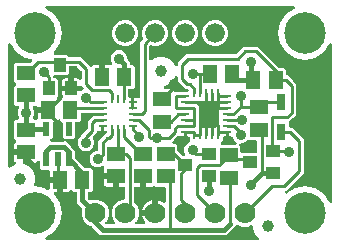
<source format=gbr>
G04 EAGLE Gerber RS-274X export*
G75*
%MOMM*%
%FSLAX34Y34*%
%LPD*%
%INTop Copper*%
%IPPOS*%
%AMOC8*
5,1,8,0,0,1.08239X$1,22.5*%
G01*
%ADD10R,1.500000X1.240000*%
%ADD11R,0.800000X0.275000*%
%ADD12R,0.275000X0.800000*%
%ADD13R,1.240000X1.500000*%
%ADD14C,3.516000*%
%ADD15C,1.000000*%
%ADD16R,0.550000X1.200000*%
%ADD17R,1.200000X1.000000*%
%ADD18R,0.800000X1.350000*%
%ADD19C,1.778000*%
%ADD20C,1.676400*%
%ADD21R,1.000000X1.200000*%
%ADD22C,0.254000*%
%ADD23C,0.906400*%
%ADD24C,0.406400*%

G36*
X275723Y34151D02*
X275723Y34151D01*
X275827Y34157D01*
X275879Y34174D01*
X275934Y34182D01*
X276030Y34223D01*
X276129Y34255D01*
X276176Y34285D01*
X276227Y34306D01*
X276310Y34369D01*
X276398Y34425D01*
X276436Y34465D01*
X276480Y34499D01*
X276545Y34581D01*
X276616Y34657D01*
X276643Y34705D01*
X276677Y34748D01*
X276719Y34844D01*
X276770Y34935D01*
X276783Y34989D01*
X276806Y35039D01*
X276823Y35142D01*
X276849Y35243D01*
X276855Y35331D01*
X276858Y35353D01*
X276857Y35368D01*
X276859Y35404D01*
X276859Y167796D01*
X276846Y167900D01*
X276842Y168004D01*
X276826Y168057D01*
X276819Y168111D01*
X276781Y168208D01*
X276751Y168309D01*
X276723Y168356D01*
X276702Y168407D01*
X276641Y168492D01*
X276587Y168581D01*
X276548Y168620D01*
X276516Y168665D01*
X276435Y168731D01*
X276361Y168804D01*
X276313Y168832D01*
X276271Y168867D01*
X276176Y168912D01*
X276086Y168964D01*
X276033Y168979D01*
X275983Y169003D01*
X275880Y169022D01*
X275780Y169051D01*
X275725Y169052D01*
X275671Y169063D01*
X275566Y169056D01*
X275462Y169059D01*
X275408Y169046D01*
X275353Y169043D01*
X275254Y169011D01*
X275152Y168987D01*
X275103Y168962D01*
X275051Y168945D01*
X274962Y168889D01*
X274870Y168841D01*
X274828Y168804D01*
X274782Y168775D01*
X274710Y168699D01*
X274632Y168629D01*
X274579Y168559D01*
X274564Y168543D01*
X274557Y168530D01*
X274535Y168501D01*
X270034Y161766D01*
X262678Y156850D01*
X254000Y155124D01*
X245322Y156850D01*
X237966Y161766D01*
X233050Y169122D01*
X231324Y177800D01*
X233050Y186478D01*
X237966Y193834D01*
X244701Y198335D01*
X244780Y198403D01*
X244865Y198464D01*
X244900Y198507D01*
X244941Y198543D01*
X245001Y198629D01*
X245067Y198709D01*
X245091Y198759D01*
X245122Y198805D01*
X245158Y198903D01*
X245203Y198997D01*
X245213Y199051D01*
X245232Y199103D01*
X245243Y199207D01*
X245263Y199310D01*
X245259Y199365D01*
X245265Y199419D01*
X245249Y199523D01*
X245243Y199627D01*
X245226Y199679D01*
X245218Y199734D01*
X245177Y199830D01*
X245145Y199929D01*
X245115Y199976D01*
X245094Y200027D01*
X245031Y200110D01*
X244975Y200198D01*
X244935Y200236D01*
X244901Y200280D01*
X244819Y200345D01*
X244743Y200416D01*
X244695Y200443D01*
X244652Y200477D01*
X244556Y200519D01*
X244465Y200570D01*
X244411Y200583D01*
X244361Y200606D01*
X244258Y200623D01*
X244157Y200649D01*
X244069Y200655D01*
X244047Y200658D01*
X244032Y200657D01*
X243996Y200659D01*
X35404Y200659D01*
X35300Y200646D01*
X35196Y200642D01*
X35143Y200626D01*
X35089Y200619D01*
X34992Y200581D01*
X34891Y200551D01*
X34844Y200523D01*
X34793Y200502D01*
X34708Y200441D01*
X34619Y200387D01*
X34580Y200348D01*
X34535Y200316D01*
X34469Y200235D01*
X34396Y200161D01*
X34368Y200113D01*
X34333Y200071D01*
X34288Y199976D01*
X34236Y199886D01*
X34221Y199833D01*
X34197Y199783D01*
X34178Y199680D01*
X34149Y199580D01*
X34148Y199525D01*
X34137Y199471D01*
X34144Y199366D01*
X34141Y199262D01*
X34154Y199208D01*
X34157Y199153D01*
X34189Y199054D01*
X34213Y198952D01*
X34238Y198903D01*
X34255Y198851D01*
X34311Y198762D01*
X34359Y198670D01*
X34396Y198628D01*
X34425Y198582D01*
X34501Y198510D01*
X34571Y198432D01*
X34641Y198379D01*
X34657Y198364D01*
X34670Y198357D01*
X34699Y198335D01*
X41434Y193834D01*
X46350Y186478D01*
X48076Y177800D01*
X46350Y169122D01*
X41412Y161732D01*
X41375Y161706D01*
X41340Y161663D01*
X41298Y161627D01*
X41239Y161541D01*
X41172Y161461D01*
X41149Y161411D01*
X41117Y161366D01*
X41081Y161267D01*
X41037Y161173D01*
X41026Y161119D01*
X41007Y161067D01*
X40996Y160963D01*
X40977Y160860D01*
X40980Y160806D01*
X40975Y160751D01*
X40990Y160648D01*
X40997Y160543D01*
X41014Y160491D01*
X41022Y160436D01*
X41062Y160340D01*
X41095Y160241D01*
X41124Y160194D01*
X41145Y160143D01*
X41209Y160060D01*
X41265Y159972D01*
X41305Y159934D01*
X41338Y159890D01*
X41420Y159826D01*
X41496Y159754D01*
X41544Y159727D01*
X41588Y159693D01*
X41683Y159651D01*
X41775Y159600D01*
X41828Y159587D01*
X41878Y159564D01*
X41982Y159547D01*
X42083Y159521D01*
X42171Y159515D01*
X42192Y159512D01*
X42207Y159513D01*
X42243Y159511D01*
X52407Y159511D01*
X54066Y157852D01*
X54144Y157792D01*
X54216Y157724D01*
X54269Y157695D01*
X54317Y157658D01*
X54408Y157618D01*
X54495Y157570D01*
X54553Y157555D01*
X54609Y157531D01*
X54707Y157516D01*
X54802Y157491D01*
X54902Y157485D01*
X54923Y157481D01*
X54935Y157483D01*
X54963Y157481D01*
X63808Y157481D01*
X66412Y154877D01*
X71641Y149648D01*
X71741Y149571D01*
X71836Y149489D01*
X71866Y149474D01*
X71893Y149453D01*
X72008Y149403D01*
X72121Y149347D01*
X72154Y149340D01*
X72184Y149327D01*
X72309Y149307D01*
X72432Y149281D01*
X72465Y149282D01*
X72499Y149277D01*
X72624Y149289D01*
X72749Y149294D01*
X72782Y149303D01*
X72815Y149307D01*
X72934Y149349D01*
X73054Y149385D01*
X73083Y149403D01*
X73114Y149414D01*
X73219Y149485D01*
X73326Y149550D01*
X73350Y149574D01*
X73378Y149593D01*
X73461Y149687D01*
X73549Y149777D01*
X73576Y149817D01*
X73588Y149831D01*
X73598Y149850D01*
X73638Y149911D01*
X73707Y150030D01*
X74180Y150503D01*
X74759Y150838D01*
X75406Y151011D01*
X79401Y151011D01*
X79401Y142240D01*
X79416Y142122D01*
X79423Y142003D01*
X79436Y141965D01*
X79441Y141925D01*
X79484Y141814D01*
X79521Y141701D01*
X79543Y141666D01*
X79558Y141629D01*
X79628Y141533D01*
X79691Y141432D01*
X79721Y141404D01*
X79745Y141372D01*
X79836Y141296D01*
X79923Y141214D01*
X79958Y141195D01*
X79989Y141169D01*
X80097Y141118D01*
X80201Y141061D01*
X80241Y141050D01*
X80277Y141033D01*
X80394Y141011D01*
X80509Y140981D01*
X80570Y140977D01*
X80590Y140973D01*
X80610Y140975D01*
X80670Y140971D01*
X83210Y140971D01*
X83328Y140986D01*
X83447Y140993D01*
X83485Y141006D01*
X83525Y141011D01*
X83636Y141055D01*
X83749Y141091D01*
X83784Y141113D01*
X83821Y141128D01*
X83917Y141198D01*
X84018Y141261D01*
X84046Y141291D01*
X84078Y141315D01*
X84154Y141406D01*
X84236Y141493D01*
X84255Y141528D01*
X84281Y141560D01*
X84332Y141667D01*
X84389Y141771D01*
X84400Y141811D01*
X84417Y141847D01*
X84439Y141964D01*
X84469Y142079D01*
X84473Y142140D01*
X84477Y142160D01*
X84475Y142180D01*
X84479Y142240D01*
X84479Y151011D01*
X88474Y151011D01*
X88850Y150910D01*
X88906Y150903D01*
X88959Y150886D01*
X89062Y150881D01*
X89165Y150867D01*
X89221Y150874D01*
X89277Y150871D01*
X89378Y150892D01*
X89481Y150904D01*
X89533Y150924D01*
X89589Y150935D01*
X89681Y150980D01*
X89778Y151017D01*
X89824Y151050D01*
X89874Y151075D01*
X89953Y151142D01*
X90037Y151202D01*
X90073Y151245D01*
X90116Y151281D01*
X90176Y151366D01*
X90242Y151444D01*
X90267Y151495D01*
X90299Y151541D01*
X90336Y151638D01*
X90381Y151731D01*
X90392Y151786D01*
X90412Y151839D01*
X90423Y151941D01*
X90444Y152042D01*
X90441Y152099D01*
X90447Y152155D01*
X90433Y152257D01*
X90428Y152360D01*
X90411Y152414D01*
X90403Y152470D01*
X90351Y152622D01*
X89447Y154803D01*
X89447Y157617D01*
X90524Y160216D01*
X92514Y162206D01*
X95113Y163283D01*
X97927Y163283D01*
X100526Y162206D01*
X102516Y160216D01*
X103593Y157617D01*
X103593Y156130D01*
X103605Y156032D01*
X103608Y155933D01*
X103625Y155874D01*
X103633Y155814D01*
X103669Y155722D01*
X103697Y155627D01*
X103722Y155585D01*
X103723Y155581D01*
X103729Y155571D01*
X103750Y155519D01*
X103808Y155439D01*
X103858Y155353D01*
X103890Y155317D01*
X103893Y155312D01*
X103901Y155304D01*
X103924Y155278D01*
X103936Y155261D01*
X103946Y155253D01*
X103964Y155232D01*
X105513Y153684D01*
X105513Y152280D01*
X105528Y152162D01*
X105535Y152043D01*
X105548Y152005D01*
X105553Y151964D01*
X105596Y151854D01*
X105633Y151741D01*
X105655Y151706D01*
X105670Y151669D01*
X105740Y151572D01*
X105803Y151472D01*
X105833Y151444D01*
X105856Y151411D01*
X105948Y151335D01*
X106035Y151254D01*
X106070Y151234D01*
X106101Y151209D01*
X106209Y151158D01*
X106313Y151100D01*
X106353Y151090D01*
X106389Y151073D01*
X106506Y151051D01*
X106621Y151021D01*
X106681Y151017D01*
X106701Y151013D01*
X106722Y151015D01*
X106782Y151011D01*
X108192Y151011D01*
X109681Y149522D01*
X109681Y132418D01*
X108192Y130929D01*
X105330Y130929D01*
X105212Y130914D01*
X105093Y130907D01*
X105055Y130894D01*
X105014Y130889D01*
X104904Y130846D01*
X104791Y130809D01*
X104756Y130787D01*
X104719Y130772D01*
X104623Y130703D01*
X104522Y130639D01*
X104494Y130609D01*
X104461Y130586D01*
X104385Y130494D01*
X104304Y130407D01*
X104284Y130372D01*
X104259Y130341D01*
X104208Y130233D01*
X104150Y130129D01*
X104140Y130089D01*
X104123Y130053D01*
X104101Y129936D01*
X104071Y129821D01*
X104067Y129761D01*
X104063Y129741D01*
X104065Y129720D01*
X104061Y129660D01*
X104061Y127653D01*
X104073Y127555D01*
X104076Y127456D01*
X104093Y127398D01*
X104101Y127338D01*
X104137Y127246D01*
X104165Y127150D01*
X104166Y127148D01*
X104166Y124405D01*
X104181Y124287D01*
X104188Y124168D01*
X104201Y124130D01*
X104206Y124089D01*
X104249Y123979D01*
X104286Y123866D01*
X104308Y123831D01*
X104323Y123794D01*
X104392Y123698D01*
X104456Y123597D01*
X104486Y123569D01*
X104509Y123536D01*
X104601Y123460D01*
X104688Y123379D01*
X104723Y123359D01*
X104754Y123334D01*
X104862Y123283D01*
X104966Y123225D01*
X105006Y123215D01*
X105042Y123198D01*
X105159Y123176D01*
X105274Y123146D01*
X105334Y123142D01*
X105354Y123138D01*
X105375Y123140D01*
X105435Y123136D01*
X106731Y123136D01*
X106731Y119220D01*
X106731Y114405D01*
X106746Y114287D01*
X106753Y114168D01*
X106765Y114130D01*
X106770Y114089D01*
X106814Y113979D01*
X106851Y113866D01*
X106873Y113831D01*
X106887Y113794D01*
X106957Y113698D01*
X107021Y113597D01*
X107051Y113569D01*
X107074Y113536D01*
X107166Y113460D01*
X107253Y113379D01*
X107288Y113359D01*
X107319Y113334D01*
X107427Y113283D01*
X107531Y113225D01*
X107570Y113215D01*
X107607Y113198D01*
X107724Y113176D01*
X107839Y113146D01*
X107899Y113142D01*
X107919Y113138D01*
X107920Y113138D01*
X107940Y113140D01*
X108000Y113136D01*
X108118Y113151D01*
X108237Y113158D01*
X108275Y113171D01*
X108316Y113176D01*
X108426Y113219D01*
X108540Y113256D01*
X108574Y113278D01*
X108611Y113293D01*
X108708Y113362D01*
X108808Y113426D01*
X108836Y113456D01*
X108869Y113479D01*
X108945Y113571D01*
X109026Y113658D01*
X109046Y113693D01*
X109072Y113724D01*
X109122Y113832D01*
X109180Y113936D01*
X109190Y113976D01*
X109207Y114012D01*
X109229Y114129D01*
X109259Y114244D01*
X109263Y114304D01*
X109267Y114324D01*
X109266Y114345D01*
X109269Y114405D01*
X109269Y119220D01*
X109269Y123136D01*
X112334Y123136D01*
X112701Y123037D01*
X112826Y123020D01*
X112950Y122997D01*
X112983Y122999D01*
X113017Y122994D01*
X113142Y123009D01*
X113267Y123016D01*
X113299Y123027D01*
X113332Y123031D01*
X113450Y123076D01*
X113569Y123114D01*
X113598Y123133D01*
X113629Y123145D01*
X113732Y123217D01*
X113838Y123285D01*
X113861Y123309D01*
X113889Y123329D01*
X113970Y123425D01*
X114056Y123516D01*
X114072Y123546D01*
X114094Y123572D01*
X114149Y123685D01*
X114210Y123795D01*
X114218Y123827D01*
X114233Y123858D01*
X114258Y123981D01*
X114289Y124103D01*
X114292Y124151D01*
X114296Y124169D01*
X114295Y124191D01*
X114299Y124263D01*
X114299Y170488D01*
X116462Y172651D01*
X116480Y172675D01*
X116503Y172694D01*
X116577Y172800D01*
X116657Y172902D01*
X116669Y172930D01*
X116686Y172954D01*
X116732Y173075D01*
X116783Y173194D01*
X116788Y173223D01*
X116798Y173251D01*
X116813Y173380D01*
X116833Y173508D01*
X116830Y173538D01*
X116834Y173567D01*
X116815Y173696D01*
X116803Y173825D01*
X116793Y173853D01*
X116789Y173882D01*
X116737Y174034D01*
X116077Y175627D01*
X116077Y179973D01*
X117740Y183987D01*
X120813Y187060D01*
X124827Y188723D01*
X129173Y188723D01*
X133187Y187060D01*
X136260Y183987D01*
X137923Y179973D01*
X137923Y175627D01*
X136260Y171613D01*
X133187Y168540D01*
X129173Y166877D01*
X124827Y166877D01*
X123676Y167354D01*
X123628Y167367D01*
X123583Y167389D01*
X123475Y167409D01*
X123369Y167438D01*
X123319Y167439D01*
X123270Y167448D01*
X123161Y167442D01*
X123051Y167443D01*
X123003Y167432D01*
X122953Y167429D01*
X122849Y167395D01*
X122742Y167369D01*
X122698Y167346D01*
X122651Y167331D01*
X122558Y167272D01*
X122461Y167220D01*
X122424Y167187D01*
X122382Y167160D01*
X122307Y167080D01*
X122225Y167007D01*
X122198Y166965D01*
X122164Y166929D01*
X122111Y166833D01*
X122051Y166741D01*
X122034Y166694D01*
X122010Y166650D01*
X121983Y166544D01*
X121947Y166440D01*
X121943Y166390D01*
X121931Y166342D01*
X121921Y166182D01*
X121921Y156055D01*
X121938Y155917D01*
X121951Y155779D01*
X121958Y155760D01*
X121961Y155740D01*
X122012Y155611D01*
X122059Y155480D01*
X122070Y155463D01*
X122078Y155444D01*
X122159Y155332D01*
X122237Y155216D01*
X122253Y155203D01*
X122264Y155187D01*
X122372Y155098D01*
X122476Y155006D01*
X122494Y154997D01*
X122509Y154984D01*
X122635Y154925D01*
X122759Y154861D01*
X122779Y154857D01*
X122797Y154848D01*
X122934Y154822D01*
X123069Y154792D01*
X123090Y154792D01*
X123109Y154789D01*
X123248Y154797D01*
X123387Y154801D01*
X123407Y154807D01*
X123427Y154808D01*
X123559Y154851D01*
X123693Y154890D01*
X123710Y154900D01*
X123729Y154906D01*
X123847Y154981D01*
X123967Y155051D01*
X123988Y155070D01*
X123998Y155076D01*
X124012Y155091D01*
X124087Y155158D01*
X124976Y156047D01*
X129585Y157956D01*
X134575Y157956D01*
X139184Y156047D01*
X142712Y152519D01*
X143607Y150356D01*
X143642Y150295D01*
X143668Y150230D01*
X143720Y150158D01*
X143765Y150080D01*
X143813Y150030D01*
X143854Y149973D01*
X143924Y149916D01*
X143986Y149851D01*
X144046Y149815D01*
X144099Y149770D01*
X144181Y149732D01*
X144257Y149685D01*
X144324Y149664D01*
X144387Y149635D01*
X144475Y149618D01*
X144561Y149591D01*
X144631Y149588D01*
X144700Y149575D01*
X144789Y149581D01*
X144879Y149576D01*
X144947Y149590D01*
X145017Y149595D01*
X145102Y149622D01*
X145190Y149641D01*
X145253Y149671D01*
X145319Y149693D01*
X145395Y149741D01*
X145476Y149780D01*
X145529Y149826D01*
X145588Y149863D01*
X145650Y149928D01*
X145718Y149987D01*
X145758Y150044D01*
X145806Y150095D01*
X145849Y150173D01*
X145901Y150247D01*
X145926Y150312D01*
X145960Y150373D01*
X145982Y150460D01*
X146014Y150544D01*
X146022Y150613D01*
X146039Y150681D01*
X146049Y150842D01*
X146049Y152708D01*
X153362Y160021D01*
X194746Y160021D01*
X194844Y160033D01*
X194943Y160036D01*
X195001Y160053D01*
X195061Y160061D01*
X195153Y160097D01*
X195249Y160125D01*
X195301Y160155D01*
X195357Y160178D01*
X195437Y160236D01*
X195522Y160286D01*
X195598Y160352D01*
X195614Y160364D01*
X195622Y160374D01*
X195643Y160392D01*
X201622Y166371D01*
X213668Y166371D01*
X231197Y148842D01*
X231275Y148782D01*
X231347Y148714D01*
X231400Y148685D01*
X231448Y148648D01*
X231539Y148608D01*
X231626Y148560D01*
X231684Y148545D01*
X231740Y148521D01*
X231838Y148506D01*
X231934Y148481D01*
X232034Y148475D01*
X232054Y148471D01*
X232066Y148473D01*
X232094Y148471D01*
X236462Y148471D01*
X237951Y146982D01*
X237951Y143510D01*
X237966Y143392D01*
X237973Y143273D01*
X237986Y143235D01*
X237991Y143194D01*
X238034Y143084D01*
X238071Y142971D01*
X238093Y142936D01*
X238108Y142899D01*
X238177Y142803D01*
X238241Y142702D01*
X238271Y142674D01*
X238294Y142641D01*
X238386Y142565D01*
X238473Y142484D01*
X238508Y142464D01*
X238539Y142439D01*
X238647Y142388D01*
X238751Y142330D01*
X238791Y142320D01*
X238827Y142303D01*
X238944Y142281D01*
X239058Y142251D01*
X241672Y139637D01*
X243777Y137532D01*
X246381Y134928D01*
X246381Y108912D01*
X243777Y106308D01*
X240592Y103123D01*
X240532Y103045D01*
X240464Y102973D01*
X240435Y102920D01*
X240398Y102872D01*
X240358Y102781D01*
X240310Y102694D01*
X240295Y102636D01*
X240271Y102580D01*
X240256Y102482D01*
X240231Y102387D01*
X240225Y102286D01*
X240221Y102266D01*
X240223Y102254D01*
X240221Y102226D01*
X240221Y99060D01*
X240236Y98942D01*
X240243Y98823D01*
X240256Y98785D01*
X240261Y98744D01*
X240304Y98634D01*
X240341Y98521D01*
X240363Y98486D01*
X240378Y98449D01*
X240447Y98353D01*
X240511Y98252D01*
X240541Y98224D01*
X240564Y98191D01*
X240656Y98115D01*
X240743Y98034D01*
X240778Y98014D01*
X240809Y97989D01*
X240917Y97938D01*
X241021Y97880D01*
X241061Y97870D01*
X241097Y97853D01*
X241214Y97831D01*
X241329Y97801D01*
X241389Y97797D01*
X241409Y97793D01*
X241430Y97795D01*
X241490Y97791D01*
X242878Y97791D01*
X252731Y87938D01*
X252731Y59382D01*
X240402Y47053D01*
X237488Y44138D01*
X237466Y44111D01*
X237440Y44088D01*
X237369Y43986D01*
X237293Y43887D01*
X237279Y43855D01*
X237259Y43826D01*
X237216Y43710D01*
X237166Y43595D01*
X237161Y43561D01*
X237149Y43528D01*
X237136Y43404D01*
X237117Y43281D01*
X237120Y43246D01*
X237116Y43212D01*
X237135Y43089D01*
X237146Y42965D01*
X237158Y42932D01*
X237163Y42897D01*
X237212Y42783D01*
X237254Y42665D01*
X237274Y42636D01*
X237287Y42604D01*
X237363Y42505D01*
X237433Y42402D01*
X237459Y42379D01*
X237480Y42351D01*
X237577Y42274D01*
X237671Y42192D01*
X237702Y42176D01*
X237730Y42154D01*
X237843Y42104D01*
X237954Y42047D01*
X237988Y42039D01*
X238020Y42025D01*
X238143Y42005D01*
X238264Y41977D01*
X238299Y41979D01*
X238334Y41973D01*
X238458Y41983D01*
X238582Y41987D01*
X238616Y41997D01*
X238651Y42000D01*
X238768Y42041D01*
X238888Y42076D01*
X238918Y42093D01*
X238951Y42105D01*
X239090Y42186D01*
X245322Y46350D01*
X254000Y48076D01*
X262678Y46350D01*
X270034Y41434D01*
X274535Y34699D01*
X274603Y34620D01*
X274664Y34535D01*
X274707Y34500D01*
X274743Y34459D01*
X274829Y34399D01*
X274909Y34333D01*
X274959Y34309D01*
X275005Y34278D01*
X275103Y34242D01*
X275197Y34197D01*
X275251Y34187D01*
X275303Y34168D01*
X275407Y34157D01*
X275510Y34137D01*
X275565Y34141D01*
X275619Y34135D01*
X275723Y34151D01*
G37*
G36*
X213652Y2558D02*
X213652Y2558D01*
X213791Y2571D01*
X213810Y2578D01*
X213830Y2581D01*
X213959Y2632D01*
X214090Y2679D01*
X214107Y2690D01*
X214126Y2698D01*
X214238Y2779D01*
X214354Y2857D01*
X214367Y2873D01*
X214383Y2884D01*
X214472Y2992D01*
X214564Y3096D01*
X214573Y3114D01*
X214586Y3129D01*
X214645Y3255D01*
X214709Y3379D01*
X214713Y3399D01*
X214722Y3417D01*
X214748Y3553D01*
X214778Y3689D01*
X214778Y3710D01*
X214781Y3729D01*
X214773Y3868D01*
X214769Y4007D01*
X214763Y4027D01*
X214762Y4047D01*
X214719Y4179D01*
X214680Y4313D01*
X214670Y4330D01*
X214664Y4349D01*
X214589Y4467D01*
X214519Y4587D01*
X214500Y4608D01*
X214494Y4618D01*
X214479Y4632D01*
X214412Y4707D01*
X211618Y7501D01*
X209709Y12110D01*
X209709Y13824D01*
X209703Y13874D01*
X209705Y13923D01*
X209683Y14031D01*
X209669Y14140D01*
X209651Y14186D01*
X209641Y14235D01*
X209593Y14333D01*
X209552Y14435D01*
X209523Y14476D01*
X209501Y14520D01*
X209430Y14604D01*
X209366Y14693D01*
X209327Y14724D01*
X209295Y14762D01*
X209205Y14825D01*
X209121Y14896D01*
X209076Y14917D01*
X209035Y14945D01*
X208932Y14984D01*
X208833Y15031D01*
X208784Y15040D01*
X208738Y15058D01*
X208628Y15070D01*
X208521Y15091D01*
X208471Y15088D01*
X208422Y15093D01*
X208313Y15078D01*
X208203Y15071D01*
X208156Y15056D01*
X208107Y15049D01*
X207954Y14997D01*
X205474Y13969D01*
X200926Y13969D01*
X196828Y15667D01*
X196780Y15680D01*
X196735Y15701D01*
X196627Y15722D01*
X196521Y15751D01*
X196471Y15752D01*
X196422Y15761D01*
X196313Y15754D01*
X196203Y15756D01*
X196155Y15744D01*
X196105Y15741D01*
X196001Y15707D01*
X195894Y15682D01*
X195850Y15659D01*
X195803Y15643D01*
X195710Y15584D01*
X195613Y15533D01*
X195576Y15500D01*
X195534Y15473D01*
X195459Y15393D01*
X195377Y15319D01*
X195350Y15278D01*
X195316Y15241D01*
X195263Y15145D01*
X195203Y15053D01*
X195186Y15006D01*
X195162Y14963D01*
X195135Y14857D01*
X195099Y14753D01*
X195095Y14703D01*
X195083Y14655D01*
X195081Y14624D01*
X187314Y6857D01*
X80656Y6857D01*
X74678Y12836D01*
X73452Y14061D01*
X73445Y14067D01*
X73439Y14074D01*
X73318Y14165D01*
X73201Y14256D01*
X73192Y14260D01*
X73185Y14265D01*
X73040Y14336D01*
X69725Y15709D01*
X66509Y18925D01*
X64769Y23126D01*
X64769Y27674D01*
X65233Y28792D01*
X65240Y28821D01*
X65254Y28847D01*
X65282Y28974D01*
X65317Y29099D01*
X65317Y29129D01*
X65324Y29158D01*
X65320Y29287D01*
X65322Y29417D01*
X65315Y29446D01*
X65314Y29475D01*
X65278Y29600D01*
X65248Y29726D01*
X65234Y29753D01*
X65225Y29781D01*
X65160Y29893D01*
X65099Y30008D01*
X65079Y30029D01*
X65064Y30055D01*
X64958Y30176D01*
X60807Y34326D01*
X60807Y42030D01*
X60792Y42148D01*
X60785Y42267D01*
X60772Y42305D01*
X60767Y42346D01*
X60724Y42456D01*
X60687Y42569D01*
X60665Y42604D01*
X60650Y42641D01*
X60581Y42737D01*
X60517Y42838D01*
X60487Y42866D01*
X60464Y42899D01*
X60372Y42975D01*
X60285Y43056D01*
X60250Y43076D01*
X60219Y43101D01*
X60111Y43152D01*
X60007Y43210D01*
X59967Y43220D01*
X59931Y43237D01*
X59814Y43259D01*
X59699Y43289D01*
X59639Y43293D01*
X59619Y43297D01*
X59598Y43295D01*
X59538Y43299D01*
X58128Y43299D01*
X56710Y44717D01*
X56611Y44794D01*
X56516Y44876D01*
X56486Y44891D01*
X56459Y44912D01*
X56343Y44962D01*
X56231Y45018D01*
X56198Y45025D01*
X56167Y45038D01*
X56043Y45058D01*
X55920Y45084D01*
X55886Y45083D01*
X55853Y45088D01*
X55728Y45076D01*
X55602Y45071D01*
X55570Y45061D01*
X55536Y45058D01*
X55418Y45015D01*
X55298Y44979D01*
X55269Y44962D01*
X55237Y44950D01*
X55133Y44880D01*
X55025Y44815D01*
X55002Y44791D01*
X54974Y44772D01*
X54891Y44678D01*
X54803Y44588D01*
X54776Y44547D01*
X54763Y44533D01*
X54754Y44514D01*
X54713Y44454D01*
X54613Y44280D01*
X54140Y43807D01*
X53561Y43472D01*
X52914Y43299D01*
X48919Y43299D01*
X48919Y52070D01*
X48904Y52188D01*
X48897Y52307D01*
X48884Y52345D01*
X48879Y52385D01*
X48835Y52496D01*
X48799Y52609D01*
X48777Y52644D01*
X48762Y52681D01*
X48692Y52777D01*
X48629Y52878D01*
X48599Y52906D01*
X48575Y52938D01*
X48484Y53014D01*
X48397Y53096D01*
X48362Y53115D01*
X48330Y53141D01*
X48223Y53192D01*
X48119Y53249D01*
X48079Y53260D01*
X48043Y53277D01*
X47926Y53299D01*
X47811Y53329D01*
X47750Y53333D01*
X47730Y53337D01*
X47710Y53335D01*
X47650Y53339D01*
X46379Y53339D01*
X46379Y54610D01*
X46364Y54728D01*
X46357Y54847D01*
X46344Y54885D01*
X46339Y54925D01*
X46295Y55036D01*
X46259Y55149D01*
X46237Y55184D01*
X46222Y55221D01*
X46152Y55317D01*
X46089Y55418D01*
X46059Y55446D01*
X46035Y55478D01*
X45944Y55554D01*
X45857Y55636D01*
X45822Y55655D01*
X45790Y55681D01*
X45683Y55732D01*
X45579Y55789D01*
X45539Y55800D01*
X45503Y55817D01*
X45386Y55839D01*
X45271Y55869D01*
X45210Y55873D01*
X45190Y55877D01*
X45170Y55875D01*
X45110Y55879D01*
X37639Y55879D01*
X37639Y61009D01*
X37624Y61127D01*
X37617Y61246D01*
X37604Y61284D01*
X37599Y61325D01*
X37556Y61435D01*
X37519Y61548D01*
X37497Y61583D01*
X37482Y61620D01*
X37413Y61716D01*
X37349Y61817D01*
X37319Y61845D01*
X37296Y61878D01*
X37204Y61954D01*
X37117Y62035D01*
X37082Y62055D01*
X37051Y62080D01*
X36943Y62131D01*
X36839Y62189D01*
X36799Y62199D01*
X36763Y62216D01*
X36646Y62238D01*
X36531Y62268D01*
X36471Y62272D01*
X36451Y62276D01*
X36430Y62274D01*
X36370Y62278D01*
X31148Y62278D01*
X29659Y63767D01*
X29659Y68427D01*
X29641Y68572D01*
X29626Y68716D01*
X29621Y68729D01*
X29619Y68742D01*
X29566Y68878D01*
X29515Y69015D01*
X29507Y69026D01*
X29502Y69038D01*
X29417Y69156D01*
X29334Y69276D01*
X29323Y69285D01*
X29316Y69295D01*
X29203Y69388D01*
X29093Y69484D01*
X29081Y69490D01*
X29071Y69498D01*
X28939Y69560D01*
X28808Y69625D01*
X28795Y69628D01*
X28783Y69634D01*
X28640Y69661D01*
X28497Y69692D01*
X28484Y69691D01*
X28471Y69693D01*
X28325Y69684D01*
X28179Y69678D01*
X28166Y69675D01*
X28153Y69674D01*
X28015Y69629D01*
X27875Y69587D01*
X27863Y69580D01*
X27851Y69576D01*
X27727Y69498D01*
X27603Y69422D01*
X27593Y69413D01*
X27582Y69406D01*
X27481Y69299D01*
X27380Y69195D01*
X27370Y69180D01*
X27364Y69174D01*
X27356Y69159D01*
X27323Y69110D01*
X26840Y68627D01*
X26261Y68292D01*
X25614Y68119D01*
X20319Y68119D01*
X20319Y75590D01*
X20304Y75708D01*
X20297Y75827D01*
X20284Y75865D01*
X20279Y75905D01*
X20235Y76016D01*
X20199Y76129D01*
X20177Y76164D01*
X20162Y76201D01*
X20092Y76297D01*
X20029Y76398D01*
X19999Y76426D01*
X19975Y76458D01*
X19884Y76534D01*
X19797Y76616D01*
X19762Y76635D01*
X19730Y76661D01*
X19623Y76712D01*
X19519Y76769D01*
X19479Y76780D01*
X19443Y76797D01*
X19326Y76819D01*
X19211Y76849D01*
X19150Y76853D01*
X19130Y76857D01*
X19110Y76855D01*
X19050Y76859D01*
X17779Y76859D01*
X17779Y78130D01*
X17764Y78248D01*
X17757Y78367D01*
X17744Y78405D01*
X17739Y78445D01*
X17695Y78556D01*
X17659Y78669D01*
X17637Y78704D01*
X17622Y78741D01*
X17552Y78837D01*
X17489Y78938D01*
X17459Y78966D01*
X17435Y78998D01*
X17344Y79074D01*
X17257Y79156D01*
X17222Y79175D01*
X17190Y79201D01*
X17083Y79252D01*
X16979Y79309D01*
X16939Y79320D01*
X16903Y79337D01*
X16786Y79359D01*
X16671Y79389D01*
X16610Y79393D01*
X16590Y79397D01*
X16570Y79395D01*
X16510Y79399D01*
X7739Y79399D01*
X7739Y83394D01*
X7912Y84041D01*
X8247Y84620D01*
X8720Y85093D01*
X8894Y85193D01*
X8994Y85270D01*
X9098Y85340D01*
X9120Y85365D01*
X9147Y85386D01*
X9225Y85484D01*
X9308Y85578D01*
X9324Y85608D01*
X9345Y85635D01*
X9396Y85750D01*
X9453Y85862D01*
X9460Y85895D01*
X9474Y85925D01*
X9495Y86050D01*
X9523Y86172D01*
X9522Y86206D01*
X9527Y86239D01*
X9517Y86364D01*
X9513Y86490D01*
X9504Y86522D01*
X9501Y86556D01*
X9460Y86675D01*
X9425Y86795D01*
X9408Y86824D01*
X9396Y86856D01*
X9327Y86961D01*
X9263Y87069D01*
X9231Y87106D01*
X9221Y87121D01*
X9205Y87136D01*
X9157Y87190D01*
X7739Y88608D01*
X7739Y103112D01*
X9228Y104601D01*
X10664Y104601D01*
X10714Y104607D01*
X10763Y104605D01*
X10871Y104627D01*
X10980Y104641D01*
X11026Y104659D01*
X11075Y104669D01*
X11173Y104717D01*
X11276Y104758D01*
X11316Y104787D01*
X11360Y104809D01*
X11444Y104880D01*
X11533Y104944D01*
X11565Y104983D01*
X11602Y105015D01*
X11666Y105105D01*
X11736Y105189D01*
X11757Y105234D01*
X11786Y105275D01*
X11825Y105378D01*
X11871Y105477D01*
X11881Y105526D01*
X11898Y105572D01*
X11910Y105682D01*
X11931Y105789D01*
X11928Y105839D01*
X11934Y105888D01*
X11918Y105997D01*
X11911Y106107D01*
X11896Y106154D01*
X11889Y106203D01*
X11837Y106356D01*
X10707Y109083D01*
X10707Y111897D01*
X11837Y114624D01*
X11850Y114672D01*
X11871Y114717D01*
X11892Y114825D01*
X11921Y114931D01*
X11922Y114981D01*
X11931Y115030D01*
X11924Y115139D01*
X11926Y115249D01*
X11914Y115297D01*
X11911Y115347D01*
X11878Y115451D01*
X11852Y115558D01*
X11829Y115602D01*
X11813Y115649D01*
X11755Y115742D01*
X11703Y115839D01*
X11670Y115876D01*
X11643Y115918D01*
X11563Y115993D01*
X11489Y116075D01*
X11448Y116102D01*
X11412Y116136D01*
X11315Y116189D01*
X11224Y116249D01*
X11176Y116266D01*
X11133Y116290D01*
X11027Y116317D01*
X10923Y116353D01*
X10873Y116357D01*
X10825Y116369D01*
X10664Y116379D01*
X9228Y116379D01*
X7739Y117868D01*
X7739Y132372D01*
X9089Y133722D01*
X9162Y133817D01*
X9241Y133906D01*
X9259Y133942D01*
X9284Y133974D01*
X9332Y134083D01*
X9386Y134189D01*
X9395Y134228D01*
X9411Y134266D01*
X9429Y134383D01*
X9455Y134499D01*
X9454Y134540D01*
X9460Y134580D01*
X9449Y134698D01*
X9446Y134817D01*
X9434Y134856D01*
X9431Y134896D01*
X9390Y135009D01*
X9357Y135123D01*
X9337Y135157D01*
X9323Y135196D01*
X9256Y135294D01*
X9196Y135397D01*
X9156Y135442D01*
X9144Y135459D01*
X9129Y135472D01*
X9089Y135517D01*
X7739Y136868D01*
X7739Y151372D01*
X9228Y152861D01*
X21216Y152861D01*
X21314Y152873D01*
X21413Y152876D01*
X21471Y152893D01*
X21531Y152901D01*
X21623Y152937D01*
X21718Y152965D01*
X21771Y152995D01*
X21827Y153018D01*
X21907Y153076D01*
X21992Y153126D01*
X22068Y153192D01*
X22084Y153204D01*
X22092Y153214D01*
X22113Y153232D01*
X22557Y153676D01*
X22566Y153688D01*
X22578Y153697D01*
X22664Y153814D01*
X22752Y153928D01*
X22758Y153941D01*
X22767Y153953D01*
X22821Y154087D01*
X22879Y154220D01*
X22881Y154234D01*
X22886Y154248D01*
X22906Y154390D01*
X22928Y154534D01*
X22927Y154548D01*
X22929Y154563D01*
X22912Y154706D01*
X22899Y154850D01*
X22894Y154864D01*
X22892Y154879D01*
X22840Y155013D01*
X22791Y155150D01*
X22783Y155162D01*
X22777Y155176D01*
X22694Y155293D01*
X22612Y155413D01*
X22601Y155423D01*
X22593Y155435D01*
X22482Y155528D01*
X22374Y155623D01*
X22361Y155630D01*
X22350Y155639D01*
X22220Y155702D01*
X22091Y155768D01*
X22076Y155771D01*
X22063Y155777D01*
X21907Y155819D01*
X16722Y156850D01*
X9366Y161766D01*
X4865Y168501D01*
X4797Y168580D01*
X4736Y168665D01*
X4693Y168700D01*
X4657Y168741D01*
X4571Y168801D01*
X4491Y168867D01*
X4441Y168891D01*
X4395Y168922D01*
X4297Y168958D01*
X4203Y169003D01*
X4149Y169013D01*
X4097Y169032D01*
X3993Y169043D01*
X3890Y169063D01*
X3835Y169059D01*
X3781Y169065D01*
X3677Y169049D01*
X3573Y169043D01*
X3521Y169026D01*
X3466Y169018D01*
X3370Y168977D01*
X3271Y168945D01*
X3224Y168915D01*
X3173Y168894D01*
X3090Y168831D01*
X3002Y168775D01*
X2964Y168735D01*
X2920Y168701D01*
X2855Y168619D01*
X2784Y168543D01*
X2757Y168495D01*
X2723Y168452D01*
X2681Y168356D01*
X2630Y168265D01*
X2617Y168211D01*
X2594Y168161D01*
X2577Y168058D01*
X2551Y167957D01*
X2545Y167869D01*
X2542Y167847D01*
X2543Y167832D01*
X2541Y167796D01*
X2541Y65250D01*
X2558Y65112D01*
X2571Y64974D01*
X2578Y64955D01*
X2581Y64935D01*
X2632Y64806D01*
X2679Y64675D01*
X2690Y64658D01*
X2698Y64639D01*
X2779Y64527D01*
X2857Y64411D01*
X2873Y64398D01*
X2884Y64382D01*
X2992Y64293D01*
X3096Y64201D01*
X3114Y64192D01*
X3129Y64179D01*
X3255Y64120D01*
X3379Y64056D01*
X3399Y64052D01*
X3417Y64043D01*
X3554Y64017D01*
X3689Y63987D01*
X3710Y63987D01*
X3729Y63984D01*
X3868Y63992D01*
X4007Y63996D01*
X4027Y64002D01*
X4047Y64003D01*
X4179Y64046D01*
X4313Y64085D01*
X4330Y64095D01*
X4349Y64101D01*
X4467Y64176D01*
X4587Y64246D01*
X4608Y64265D01*
X4618Y64271D01*
X4632Y64286D01*
X4707Y64353D01*
X5596Y65242D01*
X8451Y66424D01*
X8501Y66452D01*
X8554Y66472D01*
X8638Y66531D01*
X8728Y66582D01*
X8768Y66621D01*
X8815Y66654D01*
X8882Y66731D01*
X8956Y66803D01*
X8986Y66851D01*
X9023Y66894D01*
X9069Y66987D01*
X9122Y67074D01*
X9139Y67128D01*
X9164Y67179D01*
X9186Y67280D01*
X9216Y67378D01*
X9219Y67435D01*
X9230Y67490D01*
X9226Y67593D01*
X9231Y67696D01*
X9220Y67751D01*
X9217Y67808D01*
X9188Y67906D01*
X9167Y68007D01*
X9142Y68058D01*
X9125Y68112D01*
X9072Y68200D01*
X9027Y68293D01*
X8990Y68336D01*
X8961Y68385D01*
X8888Y68456D01*
X8821Y68535D01*
X8791Y68556D01*
X8247Y69100D01*
X7912Y69679D01*
X7739Y70326D01*
X7739Y74321D01*
X15241Y74321D01*
X15241Y67980D01*
X15244Y67950D01*
X15242Y67921D01*
X15264Y67792D01*
X15281Y67664D01*
X15291Y67637D01*
X15297Y67608D01*
X15350Y67489D01*
X15398Y67368D01*
X15415Y67345D01*
X15427Y67318D01*
X15508Y67216D01*
X15585Y67111D01*
X15607Y67092D01*
X15626Y67069D01*
X15729Y66991D01*
X15829Y66908D01*
X15856Y66896D01*
X15880Y66878D01*
X16024Y66807D01*
X18564Y65755D01*
X18612Y65742D01*
X18657Y65721D01*
X18667Y65719D01*
X18751Y65677D01*
X19804Y65242D01*
X23332Y61714D01*
X25241Y57105D01*
X25241Y52115D01*
X24299Y49841D01*
X24277Y49760D01*
X24245Y49682D01*
X24235Y49607D01*
X24215Y49535D01*
X24214Y49450D01*
X24202Y49367D01*
X24211Y49292D01*
X24210Y49217D01*
X24230Y49135D01*
X24239Y49051D01*
X24266Y48981D01*
X24284Y48908D01*
X24323Y48833D01*
X24354Y48754D01*
X24398Y48693D01*
X24433Y48626D01*
X24489Y48564D01*
X24538Y48495D01*
X24596Y48447D01*
X24647Y48391D01*
X24717Y48345D01*
X24782Y48290D01*
X24849Y48258D01*
X24912Y48216D01*
X24992Y48189D01*
X25068Y48152D01*
X25205Y48116D01*
X25213Y48113D01*
X25217Y48113D01*
X25224Y48111D01*
X34078Y46350D01*
X35665Y45289D01*
X35678Y45283D01*
X35689Y45273D01*
X35820Y45212D01*
X35949Y45147D01*
X35964Y45144D01*
X35977Y45138D01*
X36118Y45111D01*
X36260Y45080D01*
X36275Y45081D01*
X36290Y45078D01*
X36433Y45087D01*
X36578Y45092D01*
X36592Y45097D01*
X36607Y45098D01*
X36744Y45142D01*
X36883Y45183D01*
X36895Y45191D01*
X36909Y45196D01*
X37031Y45273D01*
X37155Y45347D01*
X37166Y45358D01*
X37178Y45366D01*
X37277Y45471D01*
X37378Y45574D01*
X37386Y45587D01*
X37396Y45597D01*
X37466Y45724D01*
X37538Y45849D01*
X37542Y45863D01*
X37550Y45876D01*
X37586Y46016D01*
X37625Y46155D01*
X37625Y46170D01*
X37629Y46184D01*
X37639Y46345D01*
X37639Y50801D01*
X43841Y50801D01*
X43841Y43299D01*
X42563Y43299D01*
X42548Y43297D01*
X42533Y43299D01*
X42390Y43278D01*
X42247Y43259D01*
X42233Y43254D01*
X42219Y43252D01*
X42085Y43195D01*
X41951Y43142D01*
X41940Y43134D01*
X41926Y43128D01*
X41811Y43040D01*
X41694Y42956D01*
X41685Y42944D01*
X41673Y42935D01*
X41584Y42822D01*
X41491Y42711D01*
X41485Y42697D01*
X41476Y42686D01*
X41417Y42554D01*
X41356Y42423D01*
X41353Y42408D01*
X41347Y42395D01*
X41323Y42252D01*
X41296Y42111D01*
X41297Y42096D01*
X41294Y42081D01*
X41307Y41937D01*
X41316Y41793D01*
X41320Y41779D01*
X41322Y41764D01*
X41369Y41628D01*
X41414Y41491D01*
X41422Y41478D01*
X41427Y41464D01*
X41507Y41325D01*
X46350Y34078D01*
X48076Y25400D01*
X46350Y16722D01*
X41434Y9366D01*
X34699Y4865D01*
X34620Y4797D01*
X34535Y4736D01*
X34500Y4693D01*
X34459Y4657D01*
X34399Y4571D01*
X34333Y4491D01*
X34309Y4441D01*
X34278Y4395D01*
X34242Y4297D01*
X34197Y4203D01*
X34187Y4149D01*
X34168Y4097D01*
X34157Y3993D01*
X34137Y3890D01*
X34141Y3835D01*
X34135Y3781D01*
X34151Y3677D01*
X34157Y3573D01*
X34174Y3521D01*
X34182Y3466D01*
X34223Y3370D01*
X34255Y3271D01*
X34285Y3224D01*
X34306Y3173D01*
X34369Y3090D01*
X34425Y3002D01*
X34465Y2964D01*
X34499Y2920D01*
X34581Y2855D01*
X34657Y2784D01*
X34705Y2757D01*
X34748Y2723D01*
X34844Y2681D01*
X34935Y2630D01*
X34989Y2617D01*
X35039Y2594D01*
X35142Y2577D01*
X35243Y2551D01*
X35331Y2545D01*
X35353Y2542D01*
X35368Y2543D01*
X35404Y2541D01*
X213515Y2541D01*
X213652Y2558D01*
G37*
G36*
X91906Y16020D02*
X91906Y16020D01*
X92044Y16033D01*
X92063Y16040D01*
X92083Y16043D01*
X92212Y16094D01*
X92343Y16141D01*
X92360Y16152D01*
X92379Y16160D01*
X92491Y16241D01*
X92606Y16319D01*
X92620Y16335D01*
X92636Y16346D01*
X92725Y16454D01*
X92817Y16558D01*
X92826Y16576D01*
X92839Y16591D01*
X92898Y16717D01*
X92961Y16841D01*
X92966Y16861D01*
X92974Y16879D01*
X93001Y17016D01*
X93031Y17151D01*
X93030Y17172D01*
X93034Y17191D01*
X93026Y17330D01*
X93021Y17469D01*
X93016Y17489D01*
X93014Y17509D01*
X92972Y17641D01*
X92933Y17775D01*
X92923Y17792D01*
X92916Y17811D01*
X92842Y17929D01*
X92771Y18049D01*
X92753Y18070D01*
X92746Y18080D01*
X92731Y18094D01*
X92665Y18169D01*
X91909Y18925D01*
X90169Y23126D01*
X90169Y27674D01*
X91909Y31875D01*
X95125Y35091D01*
X99326Y36831D01*
X100330Y36831D01*
X100448Y36846D01*
X100567Y36853D01*
X100605Y36866D01*
X100646Y36871D01*
X100756Y36914D01*
X100869Y36951D01*
X100904Y36973D01*
X100941Y36988D01*
X101037Y37057D01*
X101138Y37121D01*
X101166Y37151D01*
X101199Y37174D01*
X101275Y37266D01*
X101356Y37353D01*
X101376Y37388D01*
X101401Y37419D01*
X101452Y37527D01*
X101510Y37631D01*
X101520Y37671D01*
X101537Y37707D01*
X101559Y37824D01*
X101589Y37939D01*
X101593Y37999D01*
X101597Y38019D01*
X101595Y38040D01*
X101599Y38100D01*
X101599Y46530D01*
X101584Y46648D01*
X101577Y46767D01*
X101564Y46805D01*
X101559Y46846D01*
X101516Y46956D01*
X101479Y47069D01*
X101457Y47104D01*
X101442Y47141D01*
X101373Y47237D01*
X101309Y47338D01*
X101279Y47366D01*
X101256Y47399D01*
X101164Y47475D01*
X101077Y47556D01*
X101042Y47576D01*
X101011Y47601D01*
X100903Y47652D01*
X100799Y47710D01*
X100759Y47720D01*
X100723Y47737D01*
X100606Y47759D01*
X100491Y47789D01*
X100431Y47793D01*
X100411Y47797D01*
X100390Y47795D01*
X100330Y47799D01*
X96519Y47799D01*
X96519Y55270D01*
X96504Y55388D01*
X96497Y55507D01*
X96484Y55545D01*
X96479Y55585D01*
X96435Y55696D01*
X96399Y55809D01*
X96377Y55844D01*
X96362Y55881D01*
X96292Y55977D01*
X96229Y56078D01*
X96199Y56106D01*
X96175Y56138D01*
X96084Y56214D01*
X95997Y56296D01*
X95962Y56315D01*
X95930Y56341D01*
X95823Y56392D01*
X95719Y56449D01*
X95679Y56460D01*
X95643Y56477D01*
X95526Y56499D01*
X95411Y56529D01*
X95350Y56533D01*
X95330Y56537D01*
X95310Y56535D01*
X95250Y56539D01*
X93979Y56539D01*
X93979Y57810D01*
X93964Y57928D01*
X93957Y58047D01*
X93944Y58085D01*
X93939Y58125D01*
X93895Y58236D01*
X93859Y58349D01*
X93837Y58384D01*
X93822Y58421D01*
X93752Y58517D01*
X93689Y58618D01*
X93659Y58646D01*
X93635Y58678D01*
X93544Y58754D01*
X93457Y58836D01*
X93422Y58855D01*
X93390Y58881D01*
X93283Y58932D01*
X93179Y58989D01*
X93139Y59000D01*
X93103Y59017D01*
X92986Y59039D01*
X92871Y59069D01*
X92810Y59073D01*
X92790Y59077D01*
X92770Y59075D01*
X92710Y59079D01*
X83939Y59079D01*
X83939Y63074D01*
X84040Y63450D01*
X84047Y63506D01*
X84064Y63559D01*
X84069Y63662D01*
X84083Y63765D01*
X84076Y63821D01*
X84079Y63877D01*
X84058Y63978D01*
X84046Y64081D01*
X84026Y64133D01*
X84015Y64189D01*
X83970Y64281D01*
X83933Y64378D01*
X83900Y64424D01*
X83875Y64474D01*
X83808Y64553D01*
X83748Y64637D01*
X83705Y64673D01*
X83669Y64716D01*
X83584Y64776D01*
X83506Y64842D01*
X83455Y64867D01*
X83409Y64899D01*
X83312Y64936D01*
X83219Y64981D01*
X83164Y64992D01*
X83111Y65012D01*
X83009Y65023D01*
X82908Y65044D01*
X82851Y65041D01*
X82795Y65047D01*
X82693Y65033D01*
X82590Y65028D01*
X82536Y65011D01*
X82480Y65003D01*
X82328Y64951D01*
X80147Y64047D01*
X77333Y64047D01*
X74734Y65124D01*
X72744Y67114D01*
X71667Y69713D01*
X71667Y72527D01*
X72744Y75126D01*
X74734Y77116D01*
X77333Y78193D01*
X77470Y78193D01*
X77588Y78208D01*
X77707Y78215D01*
X77745Y78228D01*
X77786Y78233D01*
X77896Y78276D01*
X78009Y78313D01*
X78044Y78335D01*
X78081Y78350D01*
X78177Y78419D01*
X78278Y78483D01*
X78306Y78513D01*
X78339Y78536D01*
X78415Y78628D01*
X78496Y78715D01*
X78516Y78750D01*
X78541Y78781D01*
X78592Y78889D01*
X78650Y78993D01*
X78660Y79033D01*
X78677Y79069D01*
X78699Y79186D01*
X78729Y79301D01*
X78733Y79361D01*
X78737Y79381D01*
X78735Y79402D01*
X78739Y79462D01*
X78739Y86668D01*
X84782Y92711D01*
X85065Y92711D01*
X85183Y92726D01*
X85302Y92733D01*
X85340Y92746D01*
X85381Y92751D01*
X85491Y92794D01*
X85604Y92831D01*
X85639Y92853D01*
X85676Y92868D01*
X85772Y92937D01*
X85873Y93001D01*
X85901Y93031D01*
X85934Y93054D01*
X86010Y93146D01*
X86091Y93233D01*
X86111Y93268D01*
X86136Y93299D01*
X86187Y93407D01*
X86245Y93511D01*
X86255Y93551D01*
X86272Y93587D01*
X86294Y93704D01*
X86324Y93819D01*
X86328Y93879D01*
X86332Y93899D01*
X86330Y93920D01*
X86334Y93980D01*
X86334Y94035D01*
X86319Y94153D01*
X86312Y94272D01*
X86299Y94310D01*
X86294Y94351D01*
X86251Y94461D01*
X86214Y94574D01*
X86192Y94609D01*
X86177Y94646D01*
X86108Y94742D01*
X86044Y94843D01*
X86014Y94871D01*
X85991Y94904D01*
X85899Y94980D01*
X85812Y95061D01*
X85777Y95081D01*
X85746Y95106D01*
X85638Y95157D01*
X85534Y95215D01*
X85494Y95225D01*
X85458Y95242D01*
X85341Y95264D01*
X85226Y95294D01*
X85166Y95298D01*
X85146Y95302D01*
X85125Y95300D01*
X85065Y95304D01*
X83769Y95304D01*
X83769Y99035D01*
X83754Y99153D01*
X83747Y99272D01*
X83735Y99310D01*
X83730Y99351D01*
X83686Y99461D01*
X83649Y99574D01*
X83627Y99609D01*
X83613Y99646D01*
X83543Y99742D01*
X83479Y99843D01*
X83449Y99871D01*
X83426Y99904D01*
X83334Y99980D01*
X83247Y100061D01*
X83212Y100081D01*
X83181Y100106D01*
X83073Y100157D01*
X82969Y100215D01*
X82930Y100225D01*
X82893Y100242D01*
X82776Y100264D01*
X82661Y100294D01*
X82601Y100298D01*
X82581Y100302D01*
X82580Y100302D01*
X82560Y100300D01*
X82500Y100304D01*
X82382Y100289D01*
X82263Y100282D01*
X82224Y100269D01*
X82184Y100264D01*
X82074Y100221D01*
X81960Y100184D01*
X81926Y100162D01*
X81889Y100147D01*
X81792Y100078D01*
X81692Y100014D01*
X81664Y99984D01*
X81631Y99961D01*
X81555Y99869D01*
X81474Y99782D01*
X81454Y99747D01*
X81428Y99716D01*
X81378Y99608D01*
X81320Y99504D01*
X81310Y99464D01*
X81293Y99428D01*
X81271Y99311D01*
X81241Y99196D01*
X81237Y99136D01*
X81233Y99116D01*
X81234Y99095D01*
X81234Y99089D01*
X81233Y99084D01*
X81233Y99080D01*
X81231Y99035D01*
X81231Y95304D01*
X78740Y95304D01*
X78622Y95289D01*
X78503Y95282D01*
X78465Y95269D01*
X78424Y95264D01*
X78314Y95221D01*
X78201Y95184D01*
X78166Y95162D01*
X78129Y95147D01*
X78033Y95078D01*
X77932Y95014D01*
X77904Y94984D01*
X77871Y94961D01*
X77795Y94869D01*
X77714Y94782D01*
X77694Y94747D01*
X77669Y94716D01*
X77618Y94608D01*
X77560Y94504D01*
X77550Y94464D01*
X77533Y94428D01*
X77511Y94311D01*
X77481Y94196D01*
X77477Y94136D01*
X77473Y94116D01*
X77475Y94095D01*
X77471Y94035D01*
X77471Y93672D01*
X74633Y90834D01*
X74560Y90740D01*
X74481Y90651D01*
X74463Y90615D01*
X74438Y90583D01*
X74391Y90473D01*
X74337Y90367D01*
X74328Y90328D01*
X74312Y90291D01*
X74293Y90173D01*
X74267Y90057D01*
X74268Y90017D01*
X74262Y89977D01*
X74273Y89858D01*
X74277Y89739D01*
X74288Y89700D01*
X74292Y89660D01*
X74332Y89548D01*
X74365Y89434D01*
X74386Y89399D01*
X74400Y89361D01*
X74467Y89262D01*
X74527Y89160D01*
X74567Y89115D01*
X74571Y89108D01*
X75653Y86497D01*
X75653Y83683D01*
X74576Y81084D01*
X72586Y79094D01*
X69987Y78017D01*
X67173Y78017D01*
X64574Y79094D01*
X62584Y81084D01*
X61507Y83683D01*
X61507Y86497D01*
X62584Y89096D01*
X64398Y90910D01*
X64458Y90988D01*
X64526Y91060D01*
X64555Y91113D01*
X64592Y91161D01*
X64632Y91252D01*
X64680Y91339D01*
X64695Y91397D01*
X64719Y91453D01*
X64734Y91551D01*
X64759Y91647D01*
X64765Y91744D01*
X69478Y96457D01*
X69538Y96535D01*
X69606Y96607D01*
X69635Y96660D01*
X69672Y96708D01*
X69712Y96799D01*
X69760Y96886D01*
X69775Y96944D01*
X69799Y97000D01*
X69814Y97098D01*
X69839Y97194D01*
X69845Y97294D01*
X69849Y97314D01*
X69847Y97326D01*
X69849Y97354D01*
X69849Y103178D01*
X72453Y105782D01*
X74913Y108243D01*
X74999Y108352D01*
X75087Y108459D01*
X75096Y108478D01*
X75108Y108494D01*
X75164Y108622D01*
X75223Y108747D01*
X75227Y108767D01*
X75235Y108786D01*
X75257Y108924D01*
X75283Y109060D01*
X75281Y109080D01*
X75284Y109100D01*
X75271Y109239D01*
X75263Y109377D01*
X75257Y109396D01*
X75255Y109416D01*
X75207Y109548D01*
X75165Y109679D01*
X75154Y109697D01*
X75147Y109716D01*
X75069Y109831D01*
X74995Y109948D01*
X74980Y109962D01*
X74968Y109979D01*
X74864Y110071D01*
X74763Y110166D01*
X74745Y110176D01*
X74730Y110189D01*
X74606Y110253D01*
X74484Y110320D01*
X74465Y110325D01*
X74447Y110334D01*
X74311Y110364D01*
X74177Y110399D01*
X74148Y110401D01*
X74137Y110404D01*
X74116Y110403D01*
X74016Y110409D01*
X65230Y110409D01*
X65112Y110394D01*
X64993Y110387D01*
X64955Y110374D01*
X64914Y110369D01*
X64804Y110326D01*
X64691Y110289D01*
X64656Y110267D01*
X64619Y110252D01*
X64523Y110183D01*
X64422Y110119D01*
X64394Y110089D01*
X64361Y110066D01*
X64285Y109974D01*
X64204Y109887D01*
X64184Y109852D01*
X64159Y109821D01*
X64108Y109713D01*
X64050Y109609D01*
X64040Y109569D01*
X64023Y109533D01*
X64001Y109416D01*
X63971Y109301D01*
X63967Y109241D01*
X63963Y109221D01*
X63965Y109200D01*
X63961Y109140D01*
X63961Y104478D01*
X62472Y102989D01*
X60510Y102989D01*
X60392Y102974D01*
X60273Y102967D01*
X60235Y102954D01*
X60194Y102949D01*
X60084Y102906D01*
X59971Y102869D01*
X59936Y102847D01*
X59899Y102832D01*
X59803Y102763D01*
X59702Y102699D01*
X59674Y102669D01*
X59641Y102646D01*
X59565Y102554D01*
X59484Y102467D01*
X59464Y102432D01*
X59439Y102401D01*
X59388Y102293D01*
X59330Y102189D01*
X59320Y102149D01*
X59303Y102113D01*
X59281Y101996D01*
X59251Y101881D01*
X59247Y101821D01*
X59243Y101801D01*
X59245Y101780D01*
X59241Y101720D01*
X59241Y89769D01*
X57752Y88280D01*
X52061Y88280D01*
X51923Y88263D01*
X51784Y88250D01*
X51765Y88243D01*
X51745Y88240D01*
X51616Y88189D01*
X51485Y88142D01*
X51468Y88131D01*
X51450Y88123D01*
X51337Y88042D01*
X51222Y87964D01*
X51209Y87948D01*
X51192Y87937D01*
X51103Y87829D01*
X51012Y87725D01*
X51002Y87707D01*
X50989Y87692D01*
X50930Y87566D01*
X50867Y87442D01*
X50862Y87422D01*
X50854Y87404D01*
X50828Y87268D01*
X50797Y87132D01*
X50798Y87111D01*
X50794Y87092D01*
X50803Y86953D01*
X50807Y86814D01*
X50813Y86794D01*
X50814Y86774D01*
X50857Y86642D01*
X50895Y86508D01*
X50906Y86491D01*
X50912Y86472D01*
X50986Y86354D01*
X51057Y86234D01*
X51075Y86213D01*
X51082Y86203D01*
X51097Y86189D01*
X51163Y86114D01*
X55472Y81804D01*
X58611Y78666D01*
X58627Y78612D01*
X58657Y78560D01*
X58680Y78504D01*
X58738Y78424D01*
X58788Y78338D01*
X58854Y78263D01*
X58866Y78247D01*
X58876Y78239D01*
X58895Y78218D01*
X59241Y77871D01*
X59241Y72521D01*
X59253Y72423D01*
X59256Y72324D01*
X59273Y72265D01*
X59281Y72205D01*
X59317Y72113D01*
X59345Y72018D01*
X59375Y71966D01*
X59398Y71910D01*
X59456Y71830D01*
X59506Y71744D01*
X59572Y71669D01*
X59584Y71652D01*
X59594Y71644D01*
X59612Y71623D01*
X67483Y63752D01*
X67562Y63692D01*
X67634Y63624D01*
X67687Y63595D01*
X67735Y63558D01*
X67826Y63518D01*
X67912Y63470D01*
X67971Y63455D01*
X68026Y63431D01*
X68124Y63416D01*
X68220Y63391D01*
X68320Y63385D01*
X68341Y63381D01*
X68353Y63383D01*
X68381Y63381D01*
X72632Y63381D01*
X74121Y61892D01*
X74121Y44788D01*
X72632Y43299D01*
X71222Y43299D01*
X71104Y43284D01*
X70985Y43277D01*
X70947Y43264D01*
X70906Y43259D01*
X70796Y43216D01*
X70683Y43179D01*
X70648Y43157D01*
X70611Y43142D01*
X70515Y43073D01*
X70414Y43009D01*
X70386Y42979D01*
X70353Y42956D01*
X70277Y42864D01*
X70196Y42777D01*
X70176Y42742D01*
X70151Y42711D01*
X70100Y42603D01*
X70042Y42499D01*
X70032Y42459D01*
X70015Y42423D01*
X69993Y42306D01*
X69963Y42191D01*
X69959Y42131D01*
X69955Y42111D01*
X69957Y42090D01*
X69953Y42030D01*
X69953Y38640D01*
X69965Y38542D01*
X69968Y38443D01*
X69985Y38384D01*
X69993Y38324D01*
X70029Y38232D01*
X70057Y38137D01*
X70087Y38085D01*
X70110Y38029D01*
X70168Y37949D01*
X70218Y37863D01*
X70284Y37788D01*
X70296Y37771D01*
X70306Y37763D01*
X70324Y37742D01*
X71424Y36642D01*
X71448Y36624D01*
X71467Y36602D01*
X71573Y36527D01*
X71676Y36448D01*
X71703Y36436D01*
X71727Y36419D01*
X71848Y36373D01*
X71967Y36321D01*
X71997Y36317D01*
X72024Y36306D01*
X72153Y36292D01*
X72282Y36271D01*
X72311Y36274D01*
X72340Y36271D01*
X72469Y36289D01*
X72598Y36301D01*
X72626Y36311D01*
X72655Y36315D01*
X72808Y36367D01*
X73926Y36831D01*
X78474Y36831D01*
X82675Y35091D01*
X85891Y31875D01*
X87631Y27674D01*
X87631Y23126D01*
X85891Y18925D01*
X85135Y18169D01*
X85050Y18060D01*
X84961Y17953D01*
X84952Y17934D01*
X84940Y17918D01*
X84885Y17790D01*
X84826Y17665D01*
X84822Y17645D01*
X84814Y17626D01*
X84792Y17488D01*
X84766Y17352D01*
X84767Y17332D01*
X84764Y17312D01*
X84777Y17173D01*
X84786Y17035D01*
X84792Y17016D01*
X84794Y16996D01*
X84841Y16864D01*
X84884Y16733D01*
X84894Y16715D01*
X84901Y16696D01*
X84979Y16581D01*
X85054Y16464D01*
X85068Y16450D01*
X85080Y16433D01*
X85184Y16341D01*
X85285Y16246D01*
X85303Y16236D01*
X85318Y16223D01*
X85442Y16160D01*
X85564Y16092D01*
X85583Y16087D01*
X85601Y16078D01*
X85737Y16048D01*
X85872Y16013D01*
X85900Y16011D01*
X85912Y16008D01*
X85932Y16009D01*
X86032Y16003D01*
X91768Y16003D01*
X91906Y16020D01*
G37*
G36*
X117247Y16008D02*
X117247Y16008D01*
X117287Y16005D01*
X117404Y16028D01*
X117523Y16043D01*
X117560Y16057D01*
X117599Y16065D01*
X117707Y16116D01*
X117819Y16160D01*
X117851Y16183D01*
X117887Y16200D01*
X117979Y16276D01*
X118076Y16346D01*
X118101Y16377D01*
X118132Y16402D01*
X118202Y16499D01*
X118279Y16591D01*
X118296Y16627D01*
X118319Y16660D01*
X118363Y16771D01*
X118414Y16879D01*
X118422Y16918D01*
X118436Y16955D01*
X118452Y17074D01*
X118474Y17191D01*
X118472Y17231D01*
X118477Y17271D01*
X118462Y17389D01*
X118454Y17509D01*
X118442Y17547D01*
X118437Y17586D01*
X118393Y17698D01*
X118356Y17811D01*
X118335Y17845D01*
X118320Y17882D01*
X118234Y18018D01*
X117224Y19409D01*
X116407Y21012D01*
X115851Y22723D01*
X115823Y22901D01*
X125770Y22901D01*
X125888Y22916D01*
X126007Y22923D01*
X126045Y22935D01*
X126085Y22941D01*
X126196Y22984D01*
X126309Y23021D01*
X126343Y23043D01*
X126381Y23058D01*
X126477Y23127D01*
X126578Y23191D01*
X126606Y23221D01*
X126638Y23244D01*
X126714Y23336D01*
X126796Y23423D01*
X126815Y23458D01*
X126841Y23489D01*
X126892Y23597D01*
X126949Y23701D01*
X126959Y23741D01*
X126977Y23777D01*
X126999Y23894D01*
X127029Y24009D01*
X127033Y24069D01*
X127036Y24089D01*
X127035Y24110D01*
X127039Y24170D01*
X127039Y25361D01*
X128230Y25361D01*
X128348Y25376D01*
X128467Y25383D01*
X128505Y25396D01*
X128546Y25401D01*
X128656Y25445D01*
X128769Y25481D01*
X128804Y25503D01*
X128841Y25518D01*
X128937Y25588D01*
X129038Y25651D01*
X129066Y25681D01*
X129099Y25705D01*
X129175Y25796D01*
X129256Y25883D01*
X129276Y25918D01*
X129301Y25950D01*
X129352Y26057D01*
X129410Y26162D01*
X129420Y26201D01*
X129437Y26237D01*
X129459Y26354D01*
X129489Y26470D01*
X129493Y26530D01*
X129497Y26550D01*
X129495Y26570D01*
X129497Y26576D01*
X129496Y26583D01*
X129499Y26630D01*
X129499Y36577D01*
X129677Y36549D01*
X131388Y35993D01*
X132991Y35176D01*
X133874Y34535D01*
X133909Y34516D01*
X133939Y34490D01*
X134048Y34439D01*
X134153Y34382D01*
X134191Y34372D01*
X134227Y34355D01*
X134345Y34332D01*
X134461Y34303D01*
X134500Y34303D01*
X134540Y34295D01*
X134659Y34303D01*
X134779Y34302D01*
X134817Y34312D01*
X134857Y34315D01*
X134971Y34352D01*
X135087Y34381D01*
X135122Y34401D01*
X135159Y34413D01*
X135261Y34477D01*
X135365Y34535D01*
X135394Y34562D01*
X135428Y34583D01*
X135510Y34670D01*
X135597Y34752D01*
X135619Y34786D01*
X135646Y34815D01*
X135704Y34919D01*
X135768Y35020D01*
X135780Y35058D01*
X135800Y35093D01*
X135829Y35209D01*
X135867Y35323D01*
X135869Y35363D01*
X135879Y35401D01*
X135889Y35562D01*
X135889Y46530D01*
X135874Y46648D01*
X135867Y46767D01*
X135854Y46805D01*
X135849Y46846D01*
X135806Y46956D01*
X135769Y47069D01*
X135747Y47104D01*
X135732Y47141D01*
X135663Y47237D01*
X135599Y47338D01*
X135569Y47366D01*
X135546Y47399D01*
X135454Y47475D01*
X135367Y47556D01*
X135332Y47576D01*
X135301Y47601D01*
X135193Y47652D01*
X135089Y47710D01*
X135049Y47720D01*
X135013Y47737D01*
X134896Y47759D01*
X134781Y47789D01*
X134721Y47793D01*
X134701Y47797D01*
X134680Y47795D01*
X134620Y47799D01*
X127338Y47799D01*
X127178Y47959D01*
X127089Y48028D01*
X127006Y48103D01*
X126964Y48125D01*
X126927Y48154D01*
X126824Y48198D01*
X126724Y48250D01*
X126678Y48261D01*
X126635Y48280D01*
X126524Y48298D01*
X126415Y48323D01*
X126368Y48322D01*
X126321Y48330D01*
X126209Y48319D01*
X126097Y48317D01*
X126051Y48304D01*
X126004Y48300D01*
X125899Y48262D01*
X125790Y48232D01*
X125725Y48200D01*
X125705Y48192D01*
X125690Y48182D01*
X125646Y48160D01*
X125321Y47972D01*
X124674Y47799D01*
X119379Y47799D01*
X119379Y55270D01*
X119364Y55388D01*
X119357Y55507D01*
X119344Y55545D01*
X119339Y55585D01*
X119295Y55696D01*
X119259Y55809D01*
X119237Y55844D01*
X119222Y55881D01*
X119152Y55977D01*
X119089Y56078D01*
X119059Y56106D01*
X119035Y56138D01*
X118944Y56214D01*
X118857Y56296D01*
X118822Y56315D01*
X118790Y56341D01*
X118683Y56392D01*
X118579Y56449D01*
X118539Y56460D01*
X118503Y56477D01*
X118386Y56499D01*
X118271Y56529D01*
X118210Y56533D01*
X118190Y56537D01*
X118170Y56535D01*
X118110Y56539D01*
X115570Y56539D01*
X115452Y56524D01*
X115333Y56517D01*
X115295Y56504D01*
X115255Y56499D01*
X115144Y56455D01*
X115031Y56419D01*
X114996Y56397D01*
X114959Y56382D01*
X114863Y56312D01*
X114762Y56249D01*
X114734Y56219D01*
X114701Y56195D01*
X114626Y56104D01*
X114544Y56017D01*
X114524Y55982D01*
X114499Y55950D01*
X114448Y55843D01*
X114390Y55739D01*
X114380Y55699D01*
X114363Y55663D01*
X114341Y55546D01*
X114311Y55431D01*
X114307Y55370D01*
X114303Y55350D01*
X114305Y55330D01*
X114301Y55270D01*
X114301Y47799D01*
X110490Y47799D01*
X110372Y47784D01*
X110253Y47777D01*
X110215Y47764D01*
X110174Y47759D01*
X110064Y47716D01*
X109951Y47679D01*
X109916Y47657D01*
X109879Y47642D01*
X109783Y47573D01*
X109682Y47509D01*
X109654Y47479D01*
X109621Y47456D01*
X109545Y47364D01*
X109464Y47277D01*
X109444Y47242D01*
X109419Y47211D01*
X109368Y47103D01*
X109310Y46999D01*
X109300Y46959D01*
X109283Y46923D01*
X109261Y46806D01*
X109231Y46691D01*
X109227Y46631D01*
X109223Y46611D01*
X109225Y46590D01*
X109221Y46530D01*
X109221Y34470D01*
X109233Y34372D01*
X109236Y34273D01*
X109253Y34215D01*
X109261Y34155D01*
X109297Y34063D01*
X109325Y33968D01*
X109355Y33916D01*
X109378Y33859D01*
X109436Y33779D01*
X109486Y33694D01*
X109552Y33619D01*
X109564Y33602D01*
X109574Y33594D01*
X109592Y33573D01*
X111291Y31875D01*
X113031Y27674D01*
X113031Y23126D01*
X111291Y18925D01*
X110535Y18169D01*
X110450Y18060D01*
X110361Y17953D01*
X110352Y17934D01*
X110340Y17918D01*
X110285Y17790D01*
X110226Y17665D01*
X110222Y17645D01*
X110214Y17626D01*
X110192Y17488D01*
X110166Y17352D01*
X110167Y17332D01*
X110164Y17312D01*
X110177Y17173D01*
X110186Y17035D01*
X110192Y17016D01*
X110194Y16996D01*
X110241Y16864D01*
X110284Y16733D01*
X110294Y16715D01*
X110301Y16696D01*
X110379Y16581D01*
X110454Y16464D01*
X110468Y16450D01*
X110480Y16433D01*
X110584Y16341D01*
X110685Y16246D01*
X110703Y16236D01*
X110718Y16223D01*
X110842Y16160D01*
X110964Y16092D01*
X110983Y16087D01*
X111001Y16078D01*
X111137Y16048D01*
X111272Y16013D01*
X111300Y16011D01*
X111312Y16008D01*
X111332Y16009D01*
X111432Y16003D01*
X117207Y16003D01*
X117247Y16008D01*
G37*
G36*
X175238Y96125D02*
X175238Y96125D01*
X175377Y96129D01*
X175397Y96135D01*
X175417Y96136D01*
X175549Y96179D01*
X175683Y96218D01*
X175700Y96228D01*
X175719Y96234D01*
X175837Y96308D01*
X175956Y96379D01*
X175978Y96398D01*
X175988Y96404D01*
X175988Y96405D01*
X176002Y96419D01*
X176077Y96485D01*
X176078Y96486D01*
X176138Y96564D01*
X176206Y96636D01*
X176235Y96689D01*
X176273Y96737D01*
X176312Y96828D01*
X176360Y96915D01*
X176375Y96973D01*
X176399Y97029D01*
X176414Y97127D01*
X176439Y97223D01*
X176446Y97323D01*
X176449Y97343D01*
X176448Y97355D01*
X176449Y97383D01*
X176449Y98011D01*
X176889Y98011D01*
X177351Y97887D01*
X177443Y97874D01*
X177533Y97852D01*
X177600Y97853D01*
X177667Y97844D01*
X177758Y97854D01*
X177851Y97855D01*
X177966Y97878D01*
X177982Y97880D01*
X177990Y97883D01*
X178009Y97887D01*
X178471Y98011D01*
X180120Y98011D01*
X180238Y98026D01*
X180357Y98033D01*
X180395Y98046D01*
X180436Y98051D01*
X180546Y98094D01*
X180659Y98131D01*
X180694Y98153D01*
X180731Y98168D01*
X180827Y98237D01*
X180928Y98301D01*
X180956Y98331D01*
X180989Y98354D01*
X181065Y98446D01*
X181146Y98533D01*
X181166Y98568D01*
X181191Y98599D01*
X181242Y98707D01*
X181300Y98811D01*
X181310Y98851D01*
X181327Y98887D01*
X181349Y99004D01*
X181379Y99119D01*
X181383Y99179D01*
X181387Y99199D01*
X181385Y99220D01*
X181389Y99280D01*
X181389Y111946D01*
X181391Y111959D01*
X181417Y112062D01*
X181416Y112115D01*
X181425Y112168D01*
X181415Y112274D01*
X181414Y112380D01*
X181397Y112463D01*
X181395Y112485D01*
X181390Y112500D01*
X181389Y112502D01*
X181389Y112951D01*
X182017Y112951D01*
X182155Y112968D01*
X182293Y112981D01*
X182313Y112988D01*
X182333Y112990D01*
X182462Y113041D01*
X182593Y113089D01*
X182609Y113100D01*
X182628Y113107D01*
X182741Y113189D01*
X182856Y113267D01*
X182869Y113282D01*
X182886Y113294D01*
X182974Y113402D01*
X183066Y113506D01*
X183075Y113524D01*
X183088Y113539D01*
X183148Y113665D01*
X183211Y113789D01*
X183215Y113809D01*
X183224Y113827D01*
X183250Y113963D01*
X183281Y114099D01*
X183280Y114119D01*
X183284Y114139D01*
X183275Y114278D01*
X183271Y114417D01*
X183265Y114437D01*
X183264Y114457D01*
X183221Y114589D01*
X183182Y114723D01*
X183172Y114740D01*
X183166Y114759D01*
X183092Y114877D01*
X183021Y114996D01*
X183002Y115018D01*
X182996Y115028D01*
X182995Y115028D01*
X182981Y115042D01*
X182915Y115117D01*
X182914Y115118D01*
X182836Y115178D01*
X182764Y115246D01*
X182711Y115275D01*
X182663Y115313D01*
X182572Y115352D01*
X182485Y115400D01*
X182427Y115415D01*
X182371Y115439D01*
X182273Y115454D01*
X182177Y115479D01*
X182077Y115486D01*
X182057Y115489D01*
X182045Y115488D01*
X182017Y115489D01*
X181389Y115489D01*
X181389Y115929D01*
X181513Y116391D01*
X181526Y116483D01*
X181548Y116573D01*
X181547Y116640D01*
X181556Y116707D01*
X181546Y116798D01*
X181545Y116891D01*
X181522Y117006D01*
X181520Y117022D01*
X181517Y117030D01*
X181513Y117049D01*
X181389Y117511D01*
X181389Y118839D01*
X181409Y118944D01*
X181439Y119059D01*
X181443Y119119D01*
X181447Y119139D01*
X181447Y119140D01*
X181446Y119160D01*
X181449Y119220D01*
X181434Y119338D01*
X181427Y119457D01*
X181415Y119495D01*
X181410Y119536D01*
X181366Y119646D01*
X181329Y119760D01*
X181307Y119794D01*
X181293Y119831D01*
X181223Y119928D01*
X181159Y120028D01*
X181129Y120056D01*
X181106Y120089D01*
X181014Y120165D01*
X180927Y120246D01*
X180892Y120266D01*
X180861Y120292D01*
X180753Y120342D01*
X180649Y120400D01*
X180610Y120410D01*
X180573Y120427D01*
X180456Y120449D01*
X180341Y120479D01*
X180281Y120483D01*
X180261Y120487D01*
X180260Y120487D01*
X180240Y120486D01*
X180180Y120489D01*
X180062Y120474D01*
X179943Y120467D01*
X179904Y120455D01*
X179864Y120450D01*
X179813Y120429D01*
X178471Y120429D01*
X178009Y120553D01*
X177919Y120565D01*
X177898Y120571D01*
X177896Y120571D01*
X177827Y120588D01*
X177760Y120587D01*
X177693Y120596D01*
X177602Y120586D01*
X177509Y120585D01*
X177394Y120562D01*
X177378Y120560D01*
X177370Y120557D01*
X177351Y120553D01*
X176889Y120429D01*
X176449Y120429D01*
X176449Y121532D01*
X176448Y121542D01*
X176449Y121552D01*
X176428Y121700D01*
X176410Y121848D01*
X176406Y121857D01*
X176404Y121867D01*
X176347Y122005D01*
X176293Y122143D01*
X176287Y122151D01*
X176283Y122161D01*
X176193Y122280D01*
X176106Y122401D01*
X176098Y122407D01*
X176092Y122415D01*
X175976Y122508D01*
X175861Y122603D01*
X175852Y122608D01*
X175844Y122614D01*
X175707Y122676D01*
X175573Y122739D01*
X175563Y122741D01*
X175554Y122745D01*
X175406Y122771D01*
X175261Y122799D01*
X175251Y122798D01*
X175241Y122800D01*
X175091Y122788D01*
X174943Y122779D01*
X174934Y122776D01*
X174923Y122775D01*
X174782Y122727D01*
X174641Y122681D01*
X174632Y122676D01*
X174623Y122672D01*
X174498Y122590D01*
X174372Y122511D01*
X174365Y122503D01*
X174357Y122498D01*
X174241Y122386D01*
X174241Y122385D01*
X174201Y122329D01*
X174154Y122279D01*
X174110Y122199D01*
X174058Y122125D01*
X174034Y122061D01*
X174000Y122000D01*
X173978Y121913D01*
X173946Y121828D01*
X173938Y121759D01*
X173921Y121692D01*
X173911Y121532D01*
X173911Y120429D01*
X173471Y120429D01*
X173009Y120553D01*
X172919Y120565D01*
X172898Y120571D01*
X172896Y120571D01*
X172827Y120588D01*
X172760Y120587D01*
X172693Y120596D01*
X172602Y120586D01*
X172509Y120585D01*
X172394Y120562D01*
X172378Y120560D01*
X172370Y120557D01*
X172351Y120553D01*
X171889Y120429D01*
X171449Y120429D01*
X171449Y121207D01*
X171448Y121217D01*
X171449Y121227D01*
X171428Y121375D01*
X171410Y121523D01*
X171406Y121532D01*
X171404Y121542D01*
X171347Y121680D01*
X171293Y121818D01*
X171287Y121826D01*
X171283Y121836D01*
X171193Y121955D01*
X171106Y122076D01*
X171098Y122082D01*
X171092Y122090D01*
X170976Y122183D01*
X170861Y122278D01*
X170852Y122283D01*
X170844Y122289D01*
X170707Y122351D01*
X170573Y122414D01*
X170563Y122416D01*
X170554Y122420D01*
X170406Y122446D01*
X170261Y122474D01*
X170251Y122473D01*
X170241Y122475D01*
X170091Y122463D01*
X169943Y122454D01*
X169934Y122451D01*
X169923Y122450D01*
X169782Y122402D01*
X169641Y122356D01*
X169632Y122351D01*
X169623Y122347D01*
X169498Y122265D01*
X169372Y122186D01*
X169365Y122178D01*
X169357Y122173D01*
X169241Y122061D01*
X169241Y122060D01*
X169201Y122004D01*
X169154Y121954D01*
X169110Y121874D01*
X169058Y121800D01*
X169034Y121736D01*
X169000Y121675D01*
X168978Y121588D01*
X168946Y121503D01*
X168938Y121434D01*
X168921Y121367D01*
X168911Y121207D01*
X168911Y120429D01*
X168445Y120429D01*
X168393Y120436D01*
X168289Y120460D01*
X168236Y120458D01*
X168183Y120465D01*
X168077Y120453D01*
X167971Y120450D01*
X167920Y120435D01*
X167871Y120429D01*
X162264Y120429D01*
X162127Y120412D01*
X161988Y120399D01*
X161969Y120392D01*
X161949Y120389D01*
X161820Y120338D01*
X161689Y120291D01*
X161672Y120280D01*
X161653Y120272D01*
X161540Y120191D01*
X161425Y120113D01*
X161412Y120097D01*
X161396Y120086D01*
X161307Y119978D01*
X161215Y119874D01*
X161206Y119856D01*
X161193Y119841D01*
X161134Y119715D01*
X161070Y119591D01*
X161066Y119571D01*
X161057Y119553D01*
X161031Y119417D01*
X161001Y119281D01*
X161001Y119260D01*
X160997Y119241D01*
X161006Y119102D01*
X161010Y118963D01*
X161016Y118943D01*
X161017Y118923D01*
X161060Y118791D01*
X161099Y118657D01*
X161109Y118640D01*
X161115Y118621D01*
X161190Y118503D01*
X161260Y118383D01*
X161279Y118362D01*
X161285Y118352D01*
X161300Y118338D01*
X161367Y118263D01*
X163831Y115798D01*
X163831Y99280D01*
X163846Y99162D01*
X163853Y99043D01*
X163866Y99005D01*
X163871Y98964D01*
X163911Y98863D01*
X163911Y98178D01*
X163928Y98040D01*
X163941Y97902D01*
X163948Y97882D01*
X163950Y97862D01*
X164001Y97733D01*
X164049Y97602D01*
X164060Y97586D01*
X164067Y97567D01*
X164149Y97454D01*
X164227Y97339D01*
X164242Y97326D01*
X164254Y97309D01*
X164362Y97221D01*
X164466Y97129D01*
X164484Y97120D01*
X164499Y97107D01*
X164625Y97047D01*
X164749Y96984D01*
X164769Y96980D01*
X164787Y96971D01*
X164923Y96945D01*
X165059Y96914D01*
X165079Y96915D01*
X165099Y96911D01*
X165238Y96920D01*
X165377Y96924D01*
X165397Y96930D01*
X165417Y96931D01*
X165549Y96974D01*
X165683Y97013D01*
X165700Y97023D01*
X165719Y97029D01*
X165837Y97103D01*
X165956Y97174D01*
X165978Y97193D01*
X165988Y97199D01*
X165988Y97200D01*
X166002Y97214D01*
X166077Y97280D01*
X166078Y97281D01*
X166138Y97359D01*
X166206Y97431D01*
X166235Y97484D01*
X166273Y97532D01*
X166312Y97623D01*
X166360Y97710D01*
X166375Y97768D01*
X166399Y97824D01*
X166414Y97922D01*
X166437Y98011D01*
X166889Y98011D01*
X167351Y97887D01*
X167443Y97874D01*
X167533Y97852D01*
X167600Y97853D01*
X167667Y97844D01*
X167758Y97854D01*
X167851Y97855D01*
X167966Y97878D01*
X167982Y97880D01*
X167990Y97883D01*
X168009Y97887D01*
X168471Y98011D01*
X168922Y98011D01*
X168923Y98000D01*
X168926Y97901D01*
X168943Y97843D01*
X168950Y97783D01*
X168987Y97691D01*
X169014Y97596D01*
X169045Y97543D01*
X169067Y97487D01*
X169126Y97407D01*
X169176Y97322D01*
X169242Y97246D01*
X169254Y97230D01*
X169255Y97230D01*
X169255Y97229D01*
X169264Y97222D01*
X169282Y97201D01*
X169283Y97200D01*
X169393Y97115D01*
X169500Y97027D01*
X169518Y97018D01*
X169534Y97006D01*
X169662Y96950D01*
X169787Y96891D01*
X169807Y96887D01*
X169826Y96879D01*
X169964Y96857D01*
X170100Y96831D01*
X170120Y96833D01*
X170140Y96829D01*
X170279Y96842D01*
X170417Y96851D01*
X170436Y96857D01*
X170456Y96859D01*
X170588Y96906D01*
X170720Y96949D01*
X170737Y96960D01*
X170756Y96967D01*
X170871Y97045D01*
X170988Y97119D01*
X171002Y97134D01*
X171019Y97145D01*
X171111Y97249D01*
X171206Y97351D01*
X171216Y97369D01*
X171229Y97384D01*
X171293Y97508D01*
X171360Y97629D01*
X171365Y97649D01*
X171374Y97667D01*
X171404Y97803D01*
X171439Y97937D01*
X171441Y97965D01*
X171444Y97977D01*
X171443Y97998D01*
X171444Y98011D01*
X171889Y98011D01*
X172351Y97887D01*
X172443Y97874D01*
X172533Y97852D01*
X172600Y97853D01*
X172667Y97844D01*
X172758Y97854D01*
X172851Y97855D01*
X172966Y97878D01*
X172982Y97880D01*
X172990Y97883D01*
X173009Y97887D01*
X173471Y98011D01*
X173911Y98011D01*
X173911Y97383D01*
X173928Y97245D01*
X173941Y97107D01*
X173948Y97087D01*
X173950Y97067D01*
X174001Y96938D01*
X174049Y96807D01*
X174060Y96791D01*
X174067Y96772D01*
X174149Y96659D01*
X174227Y96544D01*
X174242Y96531D01*
X174254Y96514D01*
X174362Y96425D01*
X174466Y96334D01*
X174484Y96325D01*
X174499Y96312D01*
X174625Y96252D01*
X174749Y96189D01*
X174769Y96185D01*
X174787Y96176D01*
X174923Y96150D01*
X175059Y96119D01*
X175079Y96120D01*
X175099Y96116D01*
X175238Y96125D01*
G37*
%LPC*%
G36*
X99427Y166877D02*
X99427Y166877D01*
X95413Y168540D01*
X92340Y171613D01*
X90677Y175627D01*
X90677Y179973D01*
X92340Y183987D01*
X95413Y187060D01*
X99427Y188723D01*
X103773Y188723D01*
X107787Y187060D01*
X110860Y183987D01*
X112523Y179973D01*
X112523Y175627D01*
X110860Y171613D01*
X107787Y168540D01*
X103773Y166877D01*
X99427Y166877D01*
G37*
%LPD*%
%LPC*%
G36*
X150227Y166877D02*
X150227Y166877D01*
X146213Y168540D01*
X143140Y171613D01*
X141477Y175627D01*
X141477Y179973D01*
X143140Y183987D01*
X146213Y187060D01*
X150227Y188723D01*
X154573Y188723D01*
X158587Y187060D01*
X161660Y183987D01*
X163323Y179973D01*
X163323Y175627D01*
X161660Y171613D01*
X158587Y168540D01*
X154573Y166877D01*
X150227Y166877D01*
G37*
%LPD*%
%LPC*%
G36*
X175627Y166877D02*
X175627Y166877D01*
X171613Y168540D01*
X168540Y171613D01*
X166877Y175627D01*
X166877Y179973D01*
X168540Y183987D01*
X171613Y187060D01*
X175627Y188723D01*
X179973Y188723D01*
X183987Y187060D01*
X187060Y183987D01*
X188723Y179973D01*
X188723Y175627D01*
X187060Y171613D01*
X183987Y168540D01*
X179973Y166877D01*
X175627Y166877D01*
G37*
%LPD*%
G36*
X45724Y121293D02*
X45724Y121293D01*
X45850Y121297D01*
X45882Y121306D01*
X45916Y121309D01*
X46035Y121350D01*
X46155Y121385D01*
X46184Y121402D01*
X46216Y121414D01*
X46321Y121483D01*
X46429Y121547D01*
X46466Y121579D01*
X46481Y121589D01*
X46496Y121605D01*
X46550Y121653D01*
X48054Y123157D01*
X48118Y123240D01*
X48190Y123318D01*
X48215Y123365D01*
X48248Y123408D01*
X48290Y123505D01*
X48340Y123598D01*
X48353Y123650D01*
X48375Y123700D01*
X48391Y123804D01*
X48417Y123907D01*
X48416Y123961D01*
X48425Y124014D01*
X48415Y124119D01*
X48414Y124225D01*
X48397Y124309D01*
X48395Y124331D01*
X48390Y124345D01*
X48382Y124383D01*
X48314Y124636D01*
X48314Y128471D01*
X54625Y128471D01*
X54743Y128486D01*
X54862Y128493D01*
X54900Y128505D01*
X54940Y128511D01*
X55051Y128554D01*
X55164Y128591D01*
X55198Y128613D01*
X55236Y128628D01*
X55332Y128697D01*
X55433Y128761D01*
X55461Y128791D01*
X55493Y128814D01*
X55569Y128906D01*
X55651Y128993D01*
X55670Y129028D01*
X55696Y129059D01*
X55747Y129167D01*
X55804Y129271D01*
X55814Y129311D01*
X55832Y129347D01*
X55852Y129454D01*
X55856Y129424D01*
X55900Y129314D01*
X55936Y129201D01*
X55958Y129166D01*
X55973Y129129D01*
X56043Y129032D01*
X56106Y128932D01*
X56136Y128904D01*
X56160Y128871D01*
X56251Y128795D01*
X56338Y128714D01*
X56373Y128694D01*
X56405Y128669D01*
X56512Y128618D01*
X56617Y128560D01*
X56656Y128550D01*
X56692Y128533D01*
X56809Y128511D01*
X56925Y128481D01*
X56985Y128477D01*
X57005Y128473D01*
X57025Y128475D01*
X57085Y128471D01*
X63333Y128471D01*
X63431Y128483D01*
X63530Y128486D01*
X63588Y128503D01*
X63648Y128511D01*
X63740Y128547D01*
X63835Y128575D01*
X63888Y128605D01*
X63944Y128628D01*
X64024Y128686D01*
X64109Y128736D01*
X64185Y128802D01*
X64201Y128814D01*
X64209Y128824D01*
X64230Y128842D01*
X64574Y129186D01*
X65683Y129646D01*
X65726Y129670D01*
X65773Y129687D01*
X65864Y129749D01*
X65960Y129803D01*
X65995Y129838D01*
X66036Y129866D01*
X66109Y129948D01*
X66188Y130024D01*
X66214Y130067D01*
X66247Y130104D01*
X66297Y130202D01*
X66354Y130296D01*
X66369Y130343D01*
X66391Y130387D01*
X66415Y130494D01*
X66448Y130599D01*
X66450Y130649D01*
X66461Y130698D01*
X66458Y130807D01*
X66463Y130917D01*
X66453Y130966D01*
X66451Y131015D01*
X66421Y131121D01*
X66399Y131229D01*
X66377Y131273D01*
X66363Y131321D01*
X66307Y131416D01*
X66259Y131514D01*
X66227Y131552D01*
X66201Y131595D01*
X66095Y131716D01*
X64713Y133098D01*
X64635Y133158D01*
X64563Y133226D01*
X64510Y133255D01*
X64462Y133292D01*
X64371Y133332D01*
X64284Y133380D01*
X64226Y133395D01*
X64170Y133419D01*
X64072Y133434D01*
X63976Y133459D01*
X63876Y133465D01*
X63856Y133469D01*
X63844Y133467D01*
X63816Y133469D01*
X58354Y133469D01*
X58354Y139511D01*
X61189Y139511D01*
X61836Y139338D01*
X62415Y139003D01*
X62602Y138816D01*
X62712Y138731D01*
X62819Y138642D01*
X62838Y138633D01*
X62854Y138621D01*
X62982Y138565D01*
X63107Y138506D01*
X63127Y138502D01*
X63146Y138494D01*
X63283Y138473D01*
X63420Y138446D01*
X63440Y138448D01*
X63460Y138444D01*
X63598Y138457D01*
X63737Y138466D01*
X63756Y138472D01*
X63776Y138474D01*
X63907Y138521D01*
X64039Y138564D01*
X64057Y138575D01*
X64076Y138582D01*
X64191Y138660D01*
X64308Y138734D01*
X64322Y138749D01*
X64339Y138760D01*
X64431Y138865D01*
X64526Y138966D01*
X64536Y138984D01*
X64549Y138999D01*
X64612Y139123D01*
X64680Y139244D01*
X64685Y139264D01*
X64694Y139282D01*
X64724Y139418D01*
X64759Y139552D01*
X64761Y139580D01*
X64764Y139592D01*
X64763Y139613D01*
X64769Y139713D01*
X64769Y145216D01*
X64757Y145314D01*
X64754Y145413D01*
X64737Y145471D01*
X64729Y145531D01*
X64693Y145623D01*
X64665Y145719D01*
X64635Y145771D01*
X64612Y145827D01*
X64554Y145907D01*
X64504Y145992D01*
X64438Y146068D01*
X64426Y146084D01*
X64416Y146092D01*
X64398Y146113D01*
X61023Y149488D01*
X60945Y149548D01*
X60873Y149616D01*
X60820Y149645D01*
X60772Y149682D01*
X60681Y149722D01*
X60594Y149770D01*
X60536Y149785D01*
X60480Y149809D01*
X60382Y149824D01*
X60286Y149849D01*
X60186Y149855D01*
X60166Y149859D01*
X60154Y149857D01*
X60126Y149859D01*
X55165Y149859D01*
X55047Y149844D01*
X54928Y149837D01*
X54890Y149824D01*
X54849Y149819D01*
X54739Y149776D01*
X54626Y149739D01*
X54591Y149717D01*
X54554Y149702D01*
X54458Y149633D01*
X54357Y149569D01*
X54329Y149539D01*
X54296Y149516D01*
X54220Y149424D01*
X54139Y149337D01*
X54119Y149302D01*
X54094Y149271D01*
X54043Y149163D01*
X53985Y149059D01*
X53975Y149019D01*
X53958Y148983D01*
X53936Y148866D01*
X53906Y148751D01*
X53902Y148691D01*
X53898Y148671D01*
X53900Y148650D01*
X53896Y148590D01*
X53896Y143918D01*
X52407Y142429D01*
X41935Y142429D01*
X41817Y142414D01*
X41698Y142407D01*
X41660Y142394D01*
X41619Y142389D01*
X41509Y142346D01*
X41396Y142309D01*
X41361Y142287D01*
X41324Y142272D01*
X41228Y142203D01*
X41127Y142139D01*
X41099Y142109D01*
X41066Y142086D01*
X40990Y141994D01*
X40909Y141907D01*
X40889Y141872D01*
X40864Y141841D01*
X40813Y141733D01*
X40755Y141629D01*
X40745Y141589D01*
X40728Y141553D01*
X40706Y141436D01*
X40676Y141321D01*
X40672Y141261D01*
X40668Y141241D01*
X40670Y141220D01*
X40666Y141160D01*
X40666Y140780D01*
X40681Y140662D01*
X40688Y140543D01*
X40701Y140505D01*
X40706Y140464D01*
X40749Y140354D01*
X40786Y140241D01*
X40808Y140206D01*
X40823Y140169D01*
X40893Y140072D01*
X40956Y139972D01*
X40986Y139944D01*
X41009Y139911D01*
X41101Y139835D01*
X41188Y139754D01*
X41223Y139734D01*
X41254Y139709D01*
X41362Y139658D01*
X41466Y139600D01*
X41506Y139590D01*
X41542Y139573D01*
X41659Y139551D01*
X41774Y139521D01*
X41834Y139517D01*
X41854Y139513D01*
X41875Y139515D01*
X41935Y139511D01*
X42907Y139511D01*
X44396Y138022D01*
X44396Y123914D01*
X44335Y123836D01*
X44256Y123747D01*
X44238Y123711D01*
X44213Y123679D01*
X44166Y123569D01*
X44112Y123463D01*
X44103Y123424D01*
X44087Y123387D01*
X44068Y123269D01*
X44042Y123153D01*
X44043Y123113D01*
X44037Y123073D01*
X44048Y122954D01*
X44052Y122835D01*
X44063Y122796D01*
X44067Y122756D01*
X44107Y122644D01*
X44140Y122530D01*
X44161Y122495D01*
X44174Y122457D01*
X44241Y122358D01*
X44302Y122256D01*
X44341Y122211D01*
X44353Y122194D01*
X44368Y122180D01*
X44408Y122135D01*
X44453Y122090D01*
X44553Y121916D01*
X44629Y121816D01*
X44700Y121712D01*
X44725Y121690D01*
X44746Y121663D01*
X44844Y121585D01*
X44938Y121502D01*
X44968Y121486D01*
X44995Y121465D01*
X45110Y121414D01*
X45222Y121357D01*
X45255Y121350D01*
X45285Y121336D01*
X45410Y121315D01*
X45532Y121287D01*
X45566Y121288D01*
X45599Y121283D01*
X45724Y121293D01*
G37*
G36*
X49648Y85870D02*
X49648Y85870D01*
X49787Y85883D01*
X49806Y85890D01*
X49826Y85893D01*
X49955Y85944D01*
X50087Y85991D01*
X50103Y86002D01*
X50122Y86010D01*
X50235Y86091D01*
X50350Y86169D01*
X50363Y86185D01*
X50379Y86196D01*
X50468Y86304D01*
X50560Y86408D01*
X50569Y86426D01*
X50582Y86441D01*
X50642Y86567D01*
X50705Y86691D01*
X50709Y86711D01*
X50718Y86729D01*
X50744Y86865D01*
X50774Y87001D01*
X50774Y87022D01*
X50778Y87041D01*
X50769Y87180D01*
X50765Y87319D01*
X50759Y87339D01*
X50758Y87359D01*
X50715Y87491D01*
X50676Y87625D01*
X50666Y87642D01*
X50660Y87661D01*
X50585Y87779D01*
X50515Y87899D01*
X50496Y87920D01*
X50490Y87930D01*
X50475Y87944D01*
X50408Y88019D01*
X48659Y89769D01*
X48659Y101772D01*
X48647Y101870D01*
X48644Y101969D01*
X48627Y102027D01*
X48619Y102087D01*
X48583Y102179D01*
X48555Y102275D01*
X48525Y102327D01*
X48502Y102383D01*
X48444Y102463D01*
X48394Y102548D01*
X48328Y102624D01*
X48316Y102640D01*
X48306Y102648D01*
X48288Y102669D01*
X46550Y104407D01*
X46451Y104484D01*
X46356Y104566D01*
X46326Y104581D01*
X46299Y104602D01*
X46183Y104652D01*
X46071Y104708D01*
X46038Y104715D01*
X46007Y104728D01*
X45883Y104748D01*
X45760Y104774D01*
X45726Y104773D01*
X45693Y104778D01*
X45568Y104766D01*
X45442Y104761D01*
X45410Y104751D01*
X45376Y104748D01*
X45258Y104705D01*
X45138Y104669D01*
X45109Y104652D01*
X45077Y104640D01*
X44973Y104570D01*
X44865Y104505D01*
X44842Y104481D01*
X44814Y104462D01*
X44731Y104368D01*
X44643Y104278D01*
X44616Y104237D01*
X44603Y104223D01*
X44594Y104204D01*
X44553Y104144D01*
X44453Y103970D01*
X43980Y103497D01*
X43401Y103162D01*
X42754Y102989D01*
X41510Y102989D01*
X41392Y102974D01*
X41273Y102967D01*
X41235Y102954D01*
X41194Y102949D01*
X41084Y102906D01*
X40971Y102869D01*
X40936Y102847D01*
X40899Y102832D01*
X40803Y102763D01*
X40702Y102699D01*
X40674Y102669D01*
X40641Y102646D01*
X40565Y102554D01*
X40484Y102467D01*
X40464Y102432D01*
X40439Y102401D01*
X40388Y102293D01*
X40330Y102189D01*
X40320Y102149D01*
X40303Y102113D01*
X40281Y101996D01*
X40251Y101881D01*
X40247Y101821D01*
X40243Y101801D01*
X40245Y101780D01*
X40241Y101720D01*
X40241Y89769D01*
X38492Y88019D01*
X38406Y87910D01*
X38318Y87803D01*
X38309Y87784D01*
X38297Y87768D01*
X38241Y87640D01*
X38182Y87515D01*
X38178Y87495D01*
X38170Y87476D01*
X38148Y87338D01*
X38122Y87202D01*
X38124Y87182D01*
X38120Y87162D01*
X38134Y87023D01*
X38142Y86885D01*
X38148Y86866D01*
X38150Y86846D01*
X38197Y86714D01*
X38240Y86583D01*
X38251Y86565D01*
X38258Y86546D01*
X38336Y86431D01*
X38410Y86314D01*
X38425Y86300D01*
X38436Y86283D01*
X38541Y86191D01*
X38642Y86096D01*
X38660Y86086D01*
X38675Y86073D01*
X38799Y86009D01*
X38920Y85942D01*
X38940Y85937D01*
X38958Y85928D01*
X39094Y85898D01*
X39228Y85863D01*
X39256Y85861D01*
X39268Y85858D01*
X39289Y85859D01*
X39389Y85853D01*
X49511Y85853D01*
X49648Y85870D01*
G37*
G36*
X151381Y73587D02*
X151381Y73587D01*
X151431Y73585D01*
X151538Y73607D01*
X151648Y73621D01*
X151694Y73639D01*
X151742Y73649D01*
X151841Y73697D01*
X151943Y73738D01*
X151983Y73767D01*
X152028Y73789D01*
X152112Y73860D01*
X152201Y73924D01*
X152232Y73963D01*
X152270Y73995D01*
X152333Y74085D01*
X152403Y74169D01*
X152425Y74214D01*
X152453Y74255D01*
X152492Y74358D01*
X152539Y74457D01*
X152548Y74506D01*
X152566Y74552D01*
X152578Y74662D01*
X152599Y74769D01*
X152596Y74819D01*
X152601Y74868D01*
X152586Y74977D01*
X152579Y75087D01*
X152564Y75134D01*
X152557Y75183D01*
X152505Y75336D01*
X151677Y77333D01*
X151677Y80147D01*
X152754Y82746D01*
X154744Y84736D01*
X155663Y85117D01*
X155694Y85135D01*
X155729Y85146D01*
X155832Y85213D01*
X155939Y85274D01*
X155965Y85299D01*
X155995Y85319D01*
X156079Y85410D01*
X156167Y85495D01*
X156186Y85526D01*
X156211Y85553D01*
X156269Y85662D01*
X156334Y85767D01*
X156344Y85801D01*
X156362Y85833D01*
X156391Y85953D01*
X156427Y86071D01*
X156429Y86107D01*
X156438Y86142D01*
X156437Y86226D01*
X156438Y86231D01*
X156437Y86248D01*
X156437Y86265D01*
X156442Y86388D01*
X156435Y86424D01*
X156435Y86460D01*
X156419Y86541D01*
X156418Y86548D01*
X156415Y86556D01*
X156403Y86618D01*
X156264Y87136D01*
X156264Y89035D01*
X156249Y89153D01*
X156242Y89272D01*
X156229Y89310D01*
X156224Y89351D01*
X156181Y89461D01*
X156144Y89574D01*
X156122Y89609D01*
X156107Y89646D01*
X156038Y89742D01*
X155974Y89843D01*
X155944Y89871D01*
X155921Y89904D01*
X155829Y89980D01*
X155742Y90061D01*
X155707Y90081D01*
X155676Y90106D01*
X155568Y90157D01*
X155464Y90215D01*
X155424Y90225D01*
X155388Y90242D01*
X155271Y90264D01*
X155156Y90294D01*
X155096Y90298D01*
X155076Y90302D01*
X155055Y90300D01*
X154995Y90304D01*
X153699Y90304D01*
X153699Y94035D01*
X153684Y94153D01*
X153677Y94272D01*
X153665Y94310D01*
X153660Y94351D01*
X153616Y94461D01*
X153579Y94574D01*
X153557Y94609D01*
X153543Y94646D01*
X153473Y94742D01*
X153409Y94843D01*
X153379Y94871D01*
X153356Y94904D01*
X153264Y94980D01*
X153177Y95061D01*
X153142Y95081D01*
X153111Y95106D01*
X153003Y95157D01*
X152899Y95215D01*
X152860Y95225D01*
X152823Y95242D01*
X152706Y95264D01*
X152591Y95294D01*
X152531Y95298D01*
X152511Y95302D01*
X152510Y95302D01*
X152490Y95300D01*
X152430Y95304D01*
X152312Y95289D01*
X152193Y95282D01*
X152154Y95269D01*
X152114Y95264D01*
X152004Y95221D01*
X151890Y95184D01*
X151856Y95162D01*
X151819Y95147D01*
X151722Y95078D01*
X151622Y95014D01*
X151594Y94984D01*
X151561Y94961D01*
X151485Y94869D01*
X151404Y94782D01*
X151384Y94747D01*
X151358Y94716D01*
X151308Y94608D01*
X151250Y94504D01*
X151240Y94464D01*
X151223Y94428D01*
X151201Y94311D01*
X151171Y94196D01*
X151167Y94136D01*
X151163Y94116D01*
X151164Y94095D01*
X151161Y94035D01*
X151161Y90304D01*
X148096Y90304D01*
X147449Y90477D01*
X147394Y90509D01*
X147290Y90553D01*
X147190Y90604D01*
X147144Y90614D01*
X147101Y90633D01*
X146990Y90649D01*
X146880Y90674D01*
X146833Y90672D01*
X146786Y90679D01*
X146675Y90667D01*
X146562Y90664D01*
X146517Y90651D01*
X146470Y90646D01*
X146365Y90607D01*
X146257Y90576D01*
X146216Y90552D01*
X146172Y90535D01*
X146080Y90471D01*
X145983Y90414D01*
X145928Y90366D01*
X145911Y90354D01*
X145899Y90340D01*
X145862Y90308D01*
X143247Y87693D01*
X142002Y86447D01*
X141917Y86338D01*
X141828Y86231D01*
X141819Y86212D01*
X141807Y86196D01*
X141751Y86068D01*
X141692Y85943D01*
X141688Y85923D01*
X141680Y85904D01*
X141658Y85766D01*
X141632Y85630D01*
X141634Y85610D01*
X141631Y85590D01*
X141644Y85451D01*
X141652Y85313D01*
X141658Y85294D01*
X141660Y85274D01*
X141708Y85142D01*
X141750Y85011D01*
X141761Y84993D01*
X141768Y84974D01*
X141846Y84859D01*
X141920Y84742D01*
X141935Y84728D01*
X141947Y84711D01*
X142051Y84619D01*
X142152Y84524D01*
X142170Y84514D01*
X142185Y84501D01*
X142309Y84438D01*
X142431Y84370D01*
X142450Y84365D01*
X142468Y84356D01*
X142604Y84326D01*
X142738Y84291D01*
X142767Y84289D01*
X142778Y84286D01*
X142799Y84287D01*
X142899Y84281D01*
X144442Y84281D01*
X145931Y82792D01*
X145931Y78584D01*
X145943Y78486D01*
X145946Y78387D01*
X145963Y78329D01*
X145971Y78269D01*
X146007Y78177D01*
X146035Y78081D01*
X146065Y78029D01*
X146088Y77973D01*
X146146Y77893D01*
X146196Y77808D01*
X146262Y77732D01*
X146274Y77716D01*
X146284Y77708D01*
X146302Y77687D01*
X150037Y73952D01*
X150115Y73892D01*
X150187Y73824D01*
X150240Y73795D01*
X150288Y73758D01*
X150379Y73718D01*
X150466Y73670D01*
X150524Y73655D01*
X150580Y73631D01*
X150678Y73616D01*
X150773Y73591D01*
X150874Y73585D01*
X150894Y73581D01*
X150906Y73583D01*
X150934Y73581D01*
X151332Y73581D01*
X151381Y73587D01*
G37*
G36*
X212208Y76136D02*
X212208Y76136D01*
X212327Y76143D01*
X212365Y76156D01*
X212406Y76161D01*
X212516Y76204D01*
X212629Y76241D01*
X212664Y76263D01*
X212701Y76278D01*
X212797Y76347D01*
X212898Y76411D01*
X212926Y76441D01*
X212959Y76464D01*
X213035Y76556D01*
X213116Y76643D01*
X213136Y76678D01*
X213161Y76709D01*
X213212Y76817D01*
X213270Y76921D01*
X213280Y76961D01*
X213297Y76997D01*
X213319Y77114D01*
X213349Y77229D01*
X213353Y77289D01*
X213357Y77309D01*
X213355Y77330D01*
X213356Y77344D01*
X213357Y77346D01*
X213357Y77348D01*
X213359Y77390D01*
X213359Y85900D01*
X213344Y86018D01*
X213337Y86137D01*
X213324Y86175D01*
X213319Y86216D01*
X213276Y86326D01*
X213239Y86439D01*
X213217Y86474D01*
X213202Y86511D01*
X213133Y86607D01*
X213069Y86708D01*
X213039Y86736D01*
X213016Y86769D01*
X212924Y86845D01*
X212837Y86926D01*
X212802Y86946D01*
X212771Y86971D01*
X212663Y87022D01*
X212559Y87080D01*
X212519Y87090D01*
X212483Y87107D01*
X212366Y87129D01*
X212251Y87159D01*
X212191Y87163D01*
X212171Y87167D01*
X212150Y87165D01*
X212090Y87169D01*
X205647Y87169D01*
X205549Y87157D01*
X205450Y87154D01*
X205392Y87137D01*
X205332Y87129D01*
X205240Y87093D01*
X205145Y87065D01*
X205092Y87035D01*
X205036Y87012D01*
X204956Y86954D01*
X204871Y86904D01*
X204795Y86838D01*
X204779Y86826D01*
X204771Y86816D01*
X204750Y86798D01*
X203396Y85444D01*
X200797Y84367D01*
X199490Y84367D01*
X199352Y84350D01*
X199214Y84337D01*
X199195Y84330D01*
X199175Y84327D01*
X199045Y84276D01*
X198914Y84229D01*
X198898Y84218D01*
X198879Y84210D01*
X198767Y84129D01*
X198651Y84051D01*
X198638Y84035D01*
X198622Y84024D01*
X198533Y83916D01*
X198441Y83812D01*
X198432Y83794D01*
X198419Y83779D01*
X198359Y83653D01*
X198296Y83529D01*
X198292Y83509D01*
X198283Y83491D01*
X198257Y83354D01*
X198227Y83219D01*
X198227Y83198D01*
X198223Y83179D01*
X198232Y83040D01*
X198236Y82901D01*
X198242Y82881D01*
X198243Y82861D01*
X198286Y82729D01*
X198325Y82595D01*
X198335Y82578D01*
X198341Y82559D01*
X198416Y82441D01*
X198486Y82321D01*
X198505Y82300D01*
X198511Y82290D01*
X198526Y82276D01*
X198593Y82201D01*
X199271Y81522D01*
X199271Y77390D01*
X199286Y77272D01*
X199293Y77153D01*
X199306Y77115D01*
X199311Y77074D01*
X199354Y76964D01*
X199391Y76851D01*
X199413Y76816D01*
X199428Y76779D01*
X199497Y76683D01*
X199561Y76582D01*
X199591Y76554D01*
X199614Y76521D01*
X199706Y76445D01*
X199793Y76364D01*
X199828Y76344D01*
X199859Y76319D01*
X199967Y76268D01*
X200071Y76210D01*
X200111Y76200D01*
X200147Y76183D01*
X200264Y76161D01*
X200379Y76131D01*
X200439Y76127D01*
X200459Y76123D01*
X200480Y76125D01*
X200540Y76121D01*
X212090Y76121D01*
X212208Y76136D01*
G37*
G36*
X146845Y128043D02*
X146845Y128043D01*
X146944Y128046D01*
X147002Y128063D01*
X147062Y128071D01*
X147154Y128107D01*
X147250Y128135D01*
X147252Y128136D01*
X154241Y128136D01*
X154378Y128153D01*
X154517Y128166D01*
X154536Y128173D01*
X154556Y128176D01*
X154685Y128227D01*
X154816Y128274D01*
X154833Y128285D01*
X154852Y128293D01*
X154964Y128374D01*
X155080Y128452D01*
X155093Y128468D01*
X155109Y128479D01*
X155198Y128587D01*
X155290Y128691D01*
X155299Y128709D01*
X155312Y128724D01*
X155371Y128850D01*
X155435Y128974D01*
X155439Y128994D01*
X155448Y129012D01*
X155474Y129148D01*
X155504Y129284D01*
X155504Y129305D01*
X155508Y129324D01*
X155499Y129463D01*
X155495Y129602D01*
X155489Y129622D01*
X155488Y129642D01*
X155445Y129774D01*
X155406Y129908D01*
X155396Y129925D01*
X155390Y129944D01*
X155315Y130062D01*
X155245Y130182D01*
X155226Y130203D01*
X155220Y130213D01*
X155205Y130227D01*
X155138Y130302D01*
X155003Y130438D01*
X154925Y130498D01*
X154853Y130566D01*
X154800Y130595D01*
X154752Y130632D01*
X154661Y130672D01*
X154574Y130720D01*
X154516Y130735D01*
X154460Y130759D01*
X154362Y130774D01*
X154267Y130799D01*
X154166Y130805D01*
X154146Y130809D01*
X154134Y130807D01*
X154106Y130809D01*
X152727Y130809D01*
X146049Y137487D01*
X146049Y139988D01*
X146041Y140058D01*
X146042Y140127D01*
X146021Y140215D01*
X146009Y140304D01*
X145984Y140369D01*
X145967Y140437D01*
X145925Y140516D01*
X145892Y140600D01*
X145851Y140656D01*
X145819Y140718D01*
X145758Y140784D01*
X145706Y140857D01*
X145652Y140901D01*
X145605Y140953D01*
X145530Y141002D01*
X145461Y141060D01*
X145397Y141089D01*
X145339Y141128D01*
X145254Y141157D01*
X145173Y141195D01*
X145104Y141208D01*
X145038Y141231D01*
X144949Y141238D01*
X144861Y141255D01*
X144791Y141251D01*
X144721Y141256D01*
X144633Y141241D01*
X144543Y141235D01*
X144477Y141214D01*
X144408Y141202D01*
X144326Y141165D01*
X144241Y141137D01*
X144182Y141100D01*
X144118Y141071D01*
X144048Y141015D01*
X143972Y140967D01*
X143924Y140916D01*
X143870Y140873D01*
X143815Y140801D01*
X143754Y140735D01*
X143720Y140674D01*
X143678Y140619D01*
X143607Y140474D01*
X142712Y138311D01*
X139184Y134783D01*
X135065Y133078D01*
X135005Y133043D01*
X134940Y133017D01*
X134867Y132965D01*
X134789Y132920D01*
X134739Y132872D01*
X134683Y132831D01*
X134625Y132761D01*
X134561Y132699D01*
X134524Y132639D01*
X134480Y132586D01*
X134441Y132504D01*
X134394Y132428D01*
X134374Y132361D01*
X134344Y132298D01*
X134327Y132210D01*
X134301Y132124D01*
X134298Y132054D01*
X134284Y131985D01*
X134290Y131896D01*
X134286Y131806D01*
X134300Y131738D01*
X134304Y131668D01*
X134332Y131583D01*
X134350Y131495D01*
X134381Y131432D01*
X134402Y131366D01*
X134450Y131290D01*
X134490Y131209D01*
X134535Y131156D01*
X134572Y131097D01*
X134638Y131035D01*
X134696Y130967D01*
X134753Y130927D01*
X134804Y130879D01*
X134883Y130836D01*
X134956Y130784D01*
X135021Y130759D01*
X135082Y130725D01*
X135169Y130703D01*
X135253Y130671D01*
X135323Y130663D01*
X135390Y130646D01*
X135551Y130636D01*
X140549Y130636D01*
X141196Y130463D01*
X141775Y130128D01*
X142248Y129655D01*
X142583Y129076D01*
X142610Y128972D01*
X142653Y128867D01*
X142688Y128761D01*
X142713Y128721D01*
X142731Y128677D01*
X142798Y128587D01*
X142858Y128492D01*
X142892Y128460D01*
X142920Y128422D01*
X143007Y128351D01*
X143089Y128274D01*
X143131Y128251D01*
X143167Y128222D01*
X143270Y128175D01*
X143368Y128120D01*
X143413Y128109D01*
X143456Y128089D01*
X143567Y128069D01*
X143676Y128041D01*
X143748Y128036D01*
X143769Y128033D01*
X143788Y128034D01*
X143836Y128031D01*
X146747Y128031D01*
X146845Y128043D01*
G37*
G36*
X26328Y104616D02*
X26328Y104616D01*
X26447Y104623D01*
X26485Y104636D01*
X26526Y104641D01*
X26636Y104684D01*
X26749Y104721D01*
X26784Y104743D01*
X26821Y104758D01*
X26917Y104827D01*
X27018Y104891D01*
X27046Y104921D01*
X27079Y104944D01*
X27155Y105036D01*
X27236Y105123D01*
X27256Y105158D01*
X27281Y105189D01*
X27332Y105297D01*
X27390Y105401D01*
X27400Y105441D01*
X27417Y105477D01*
X27439Y105594D01*
X27469Y105709D01*
X27473Y105769D01*
X27477Y105789D01*
X27475Y105810D01*
X27479Y105870D01*
X27479Y110491D01*
X33681Y110491D01*
X33681Y106631D01*
X33696Y106513D01*
X33703Y106394D01*
X33716Y106356D01*
X33721Y106315D01*
X33764Y106205D01*
X33801Y106092D01*
X33823Y106057D01*
X33838Y106020D01*
X33908Y105924D01*
X33971Y105823D01*
X34001Y105795D01*
X34025Y105762D01*
X34116Y105686D01*
X34203Y105605D01*
X34238Y105585D01*
X34269Y105560D01*
X34377Y105509D01*
X34481Y105451D01*
X34521Y105441D01*
X34557Y105424D01*
X34674Y105402D01*
X34789Y105372D01*
X34850Y105368D01*
X34870Y105364D01*
X34890Y105366D01*
X34950Y105362D01*
X37490Y105362D01*
X37608Y105377D01*
X37727Y105384D01*
X37765Y105397D01*
X37805Y105402D01*
X37916Y105445D01*
X38029Y105482D01*
X38064Y105504D01*
X38101Y105519D01*
X38197Y105588D01*
X38298Y105652D01*
X38326Y105682D01*
X38358Y105705D01*
X38434Y105797D01*
X38516Y105884D01*
X38535Y105919D01*
X38561Y105950D01*
X38612Y106058D01*
X38669Y106162D01*
X38680Y106202D01*
X38697Y106238D01*
X38719Y106355D01*
X38749Y106470D01*
X38753Y106530D01*
X38757Y106550D01*
X38755Y106571D01*
X38759Y106631D01*
X38759Y111760D01*
X38744Y111878D01*
X38737Y111997D01*
X38724Y112035D01*
X38719Y112075D01*
X38675Y112186D01*
X38639Y112299D01*
X38617Y112334D01*
X38602Y112371D01*
X38532Y112467D01*
X38469Y112568D01*
X38439Y112596D01*
X38415Y112628D01*
X38324Y112704D01*
X38237Y112786D01*
X38202Y112805D01*
X38170Y112831D01*
X38063Y112882D01*
X37959Y112939D01*
X37919Y112950D01*
X37883Y112967D01*
X37766Y112989D01*
X37651Y113019D01*
X37590Y113023D01*
X37570Y113027D01*
X37550Y113025D01*
X37490Y113029D01*
X36219Y113029D01*
X36219Y114300D01*
X36204Y114418D01*
X36197Y114537D01*
X36184Y114575D01*
X36179Y114615D01*
X36135Y114726D01*
X36099Y114839D01*
X36077Y114874D01*
X36062Y114911D01*
X35992Y115007D01*
X35929Y115108D01*
X35899Y115136D01*
X35875Y115168D01*
X35784Y115244D01*
X35697Y115326D01*
X35662Y115345D01*
X35630Y115371D01*
X35523Y115422D01*
X35419Y115479D01*
X35379Y115490D01*
X35343Y115507D01*
X35226Y115529D01*
X35111Y115559D01*
X35050Y115563D01*
X35030Y115567D01*
X35010Y115565D01*
X34950Y115569D01*
X27385Y115569D01*
X27359Y115649D01*
X27337Y115684D01*
X27322Y115721D01*
X27253Y115817D01*
X27189Y115918D01*
X27159Y115946D01*
X27136Y115979D01*
X27044Y116055D01*
X26957Y116136D01*
X26922Y116156D01*
X26891Y116181D01*
X26783Y116232D01*
X26679Y116290D01*
X26639Y116300D01*
X26603Y116317D01*
X26486Y116339D01*
X26371Y116369D01*
X26311Y116373D01*
X26291Y116377D01*
X26270Y116375D01*
X26210Y116379D01*
X24896Y116379D01*
X24846Y116373D01*
X24797Y116375D01*
X24689Y116353D01*
X24580Y116339D01*
X24534Y116321D01*
X24485Y116311D01*
X24387Y116263D01*
X24284Y116222D01*
X24244Y116193D01*
X24200Y116171D01*
X24116Y116100D01*
X24027Y116036D01*
X23995Y115997D01*
X23958Y115965D01*
X23894Y115875D01*
X23824Y115791D01*
X23803Y115746D01*
X23774Y115705D01*
X23735Y115602D01*
X23689Y115503D01*
X23679Y115454D01*
X23662Y115408D01*
X23650Y115298D01*
X23629Y115191D01*
X23632Y115141D01*
X23626Y115092D01*
X23642Y114983D01*
X23649Y114873D01*
X23664Y114826D01*
X23671Y114777D01*
X23723Y114624D01*
X24853Y111897D01*
X24853Y109083D01*
X23723Y106356D01*
X23710Y106308D01*
X23689Y106263D01*
X23668Y106155D01*
X23639Y106049D01*
X23638Y105999D01*
X23629Y105950D01*
X23636Y105841D01*
X23634Y105731D01*
X23646Y105683D01*
X23649Y105633D01*
X23682Y105529D01*
X23708Y105422D01*
X23731Y105378D01*
X23747Y105331D01*
X23805Y105238D01*
X23857Y105141D01*
X23890Y105104D01*
X23917Y105062D01*
X23997Y104987D01*
X24071Y104905D01*
X24112Y104878D01*
X24148Y104844D01*
X24245Y104791D01*
X24336Y104731D01*
X24384Y104714D01*
X24427Y104690D01*
X24533Y104663D01*
X24637Y104627D01*
X24687Y104623D01*
X24735Y104611D01*
X24896Y104601D01*
X26210Y104601D01*
X26328Y104616D01*
G37*
G36*
X194947Y83019D02*
X194947Y83019D01*
X195016Y83018D01*
X195104Y83039D01*
X195193Y83051D01*
X195258Y83076D01*
X195326Y83093D01*
X195405Y83135D01*
X195488Y83168D01*
X195545Y83209D01*
X195607Y83241D01*
X195673Y83302D01*
X195746Y83354D01*
X195790Y83408D01*
X195842Y83455D01*
X195891Y83530D01*
X195949Y83599D01*
X195978Y83663D01*
X196017Y83721D01*
X196046Y83806D01*
X196084Y83887D01*
X196097Y83956D01*
X196120Y84022D01*
X196127Y84111D01*
X196144Y84199D01*
X196140Y84269D01*
X196145Y84339D01*
X196130Y84427D01*
X196124Y84517D01*
X196103Y84583D01*
X196091Y84652D01*
X196054Y84734D01*
X196026Y84819D01*
X195989Y84878D01*
X195960Y84942D01*
X195904Y85012D01*
X195856Y85088D01*
X195805Y85136D01*
X195761Y85191D01*
X195690Y85245D01*
X195624Y85306D01*
X195563Y85340D01*
X195507Y85382D01*
X195387Y85441D01*
X193394Y87434D01*
X192530Y89521D01*
X192515Y89546D01*
X192506Y89574D01*
X192436Y89684D01*
X192372Y89797D01*
X192351Y89818D01*
X192336Y89843D01*
X192241Y89932D01*
X192151Y90025D01*
X192125Y90041D01*
X192104Y90061D01*
X191990Y90124D01*
X191880Y90192D01*
X191851Y90200D01*
X191826Y90215D01*
X191700Y90247D01*
X191576Y90285D01*
X191546Y90287D01*
X191518Y90294D01*
X191357Y90304D01*
X189199Y90304D01*
X189199Y94035D01*
X189184Y94153D01*
X189177Y94272D01*
X189165Y94310D01*
X189160Y94351D01*
X189116Y94461D01*
X189079Y94574D01*
X189057Y94609D01*
X189043Y94646D01*
X188973Y94742D01*
X188909Y94843D01*
X188879Y94871D01*
X188856Y94904D01*
X188764Y94980D01*
X188677Y95061D01*
X188642Y95081D01*
X188611Y95106D01*
X188503Y95157D01*
X188399Y95215D01*
X188360Y95225D01*
X188323Y95242D01*
X188206Y95264D01*
X188091Y95294D01*
X188031Y95298D01*
X188011Y95302D01*
X188010Y95302D01*
X187990Y95300D01*
X187930Y95304D01*
X187812Y95289D01*
X187693Y95282D01*
X187654Y95269D01*
X187614Y95264D01*
X187504Y95221D01*
X187390Y95184D01*
X187356Y95162D01*
X187319Y95147D01*
X187222Y95078D01*
X187122Y95014D01*
X187094Y94984D01*
X187061Y94961D01*
X186985Y94869D01*
X186904Y94782D01*
X186884Y94747D01*
X186858Y94716D01*
X186808Y94608D01*
X186750Y94504D01*
X186740Y94464D01*
X186723Y94428D01*
X186701Y94311D01*
X186671Y94196D01*
X186667Y94136D01*
X186663Y94116D01*
X186664Y94095D01*
X186661Y94035D01*
X186661Y90304D01*
X185365Y90304D01*
X185247Y90289D01*
X185128Y90282D01*
X185090Y90269D01*
X185049Y90264D01*
X184939Y90221D01*
X184826Y90184D01*
X184791Y90162D01*
X184754Y90147D01*
X184658Y90078D01*
X184557Y90014D01*
X184529Y89984D01*
X184496Y89961D01*
X184420Y89869D01*
X184339Y89782D01*
X184319Y89747D01*
X184294Y89716D01*
X184243Y89608D01*
X184185Y89504D01*
X184175Y89464D01*
X184158Y89428D01*
X184136Y89311D01*
X184106Y89196D01*
X184102Y89136D01*
X184098Y89116D01*
X184100Y89095D01*
X184096Y89035D01*
X184096Y87136D01*
X183923Y86489D01*
X183588Y85910D01*
X183115Y85437D01*
X183015Y85379D01*
X182899Y85291D01*
X182781Y85206D01*
X182772Y85195D01*
X182762Y85187D01*
X182672Y85073D01*
X182578Y84961D01*
X182572Y84948D01*
X182564Y84938D01*
X182505Y84804D01*
X182443Y84673D01*
X182440Y84660D01*
X182435Y84647D01*
X182410Y84503D01*
X182383Y84360D01*
X182384Y84347D01*
X182382Y84334D01*
X182394Y84188D01*
X182403Y84043D01*
X182407Y84030D01*
X182408Y84017D01*
X182456Y83879D01*
X182501Y83741D01*
X182508Y83729D01*
X182512Y83716D01*
X182593Y83595D01*
X182671Y83472D01*
X182681Y83463D01*
X182688Y83451D01*
X182796Y83354D01*
X182903Y83254D01*
X182914Y83247D01*
X182924Y83238D01*
X183053Y83171D01*
X183181Y83100D01*
X183194Y83097D01*
X183206Y83091D01*
X183348Y83057D01*
X183489Y83021D01*
X183507Y83020D01*
X183516Y83018D01*
X183533Y83018D01*
X183650Y83011D01*
X194877Y83011D01*
X194947Y83019D01*
G37*
%LPC*%
G36*
X115823Y27899D02*
X115823Y27899D01*
X115851Y28077D01*
X116407Y29788D01*
X117223Y31391D01*
X118281Y32847D01*
X119553Y34119D01*
X121009Y35177D01*
X122612Y35993D01*
X124323Y36549D01*
X124501Y36577D01*
X124501Y27899D01*
X115823Y27899D01*
G37*
%LPD*%
%LPC*%
G36*
X86146Y47799D02*
X86146Y47799D01*
X85499Y47972D01*
X84920Y48307D01*
X84447Y48780D01*
X84112Y49359D01*
X83939Y50006D01*
X83939Y54001D01*
X91441Y54001D01*
X91441Y47799D01*
X86146Y47799D01*
G37*
%LPD*%
%LPC*%
G36*
X48314Y133469D02*
X48314Y133469D01*
X48314Y137304D01*
X48487Y137951D01*
X48822Y138530D01*
X49295Y139003D01*
X49874Y139338D01*
X50521Y139511D01*
X53356Y139511D01*
X53356Y133469D01*
X48314Y133469D01*
G37*
%LPD*%
D10*
X214630Y114910D03*
X214630Y95910D03*
D11*
X82500Y119220D03*
X82500Y114220D03*
X82500Y109220D03*
X82500Y104220D03*
X82500Y99220D03*
D12*
X90250Y96470D03*
X95250Y96470D03*
X100250Y96470D03*
D11*
X108000Y99220D03*
X108000Y104220D03*
X108000Y109220D03*
X108000Y114220D03*
X108000Y119220D03*
D12*
X100250Y121970D03*
X95250Y121970D03*
X90250Y121970D03*
D11*
X187930Y94220D03*
X187930Y99220D03*
X187930Y104220D03*
X187930Y109220D03*
X187930Y114220D03*
X187930Y119220D03*
X187930Y124220D03*
D12*
X180180Y126970D03*
X175180Y126970D03*
X170180Y126970D03*
X165180Y126970D03*
X160180Y126970D03*
D11*
X152430Y124220D03*
X152430Y119220D03*
X152430Y114220D03*
X152430Y109220D03*
X152430Y104220D03*
X152430Y99220D03*
X152430Y94220D03*
D12*
X160180Y91470D03*
X165180Y91470D03*
X170180Y91470D03*
X175180Y91470D03*
X180180Y91470D03*
D10*
X132715Y102895D03*
X132715Y121895D03*
D13*
X100940Y140970D03*
X81940Y140970D03*
D10*
X93980Y75540D03*
X93980Y56540D03*
D13*
X55220Y113030D03*
X36220Y113030D03*
D10*
X116840Y75540D03*
X116840Y56540D03*
D14*
X254000Y25400D03*
X25400Y177800D03*
X254000Y177800D03*
X25400Y25400D03*
D15*
X12700Y54610D03*
X132080Y145415D03*
D16*
X34950Y70819D03*
X44450Y70819D03*
X53950Y70819D03*
X53950Y96821D03*
X34950Y96821D03*
D13*
X229210Y138430D03*
X210210Y138430D03*
X173380Y143510D03*
X192380Y143510D03*
D10*
X189230Y74270D03*
X189230Y55270D03*
X135890Y75540D03*
X135890Y56540D03*
D13*
X65380Y53340D03*
X46380Y53340D03*
D10*
X17780Y95860D03*
X17780Y76860D03*
D17*
X207170Y68580D03*
X227170Y78080D03*
X227170Y59080D03*
X152560Y66040D03*
X172560Y75540D03*
X172560Y56540D03*
D18*
X233680Y93980D03*
X233680Y119380D03*
D19*
X203200Y25400D03*
X177800Y25400D03*
X152400Y25400D03*
X127000Y25400D03*
X101600Y25400D03*
X76200Y25400D03*
D20*
X177800Y177800D03*
X152400Y177800D03*
X127000Y177800D03*
X101600Y177800D03*
D21*
X46355Y150970D03*
X55855Y130970D03*
X36855Y130970D03*
D10*
X17780Y125120D03*
X17780Y144120D03*
D15*
X222250Y14605D03*
D22*
X170180Y100330D02*
X165180Y100330D01*
X170180Y100330D02*
X175180Y100330D01*
X180180Y100330D01*
X180180Y91470D01*
X180180Y94220D02*
X187930Y94220D01*
X180180Y94220D02*
X180180Y91470D01*
X175180Y91470D02*
X175180Y100330D01*
X170180Y100330D02*
X170180Y91470D01*
X165180Y91470D02*
X165180Y100330D01*
X180180Y114220D02*
X187930Y114220D01*
X175180Y114220D02*
X170180Y114220D01*
X170180Y100330D01*
X170180Y119220D02*
X170180Y126970D01*
X170180Y119220D02*
X170180Y114220D01*
X175180Y114220D02*
X175180Y126970D01*
X175180Y114220D02*
X180180Y114220D01*
X180180Y124220D02*
X180180Y126970D01*
X180180Y119220D02*
X180180Y114220D01*
X180180Y124220D02*
X187930Y124220D01*
X180180Y124220D02*
X180180Y119220D01*
X187930Y119220D01*
X170180Y119220D02*
X152430Y119220D01*
X160180Y94220D02*
X160180Y91470D01*
X160180Y94220D02*
X152430Y94220D01*
X82500Y109220D02*
X69850Y109220D01*
X160180Y91470D02*
X165180Y91470D01*
D23*
X170180Y105410D03*
X58420Y144780D03*
X142875Y134620D03*
X149225Y85725D03*
X82550Y40640D03*
D22*
X36220Y109830D02*
X36220Y113030D01*
X36220Y109830D02*
X44450Y101600D01*
X69850Y107950D02*
X69850Y109220D01*
X69850Y107950D02*
X66040Y104140D01*
X66040Y96520D01*
X60960Y91440D01*
D23*
X30480Y55880D03*
D22*
X36220Y113030D02*
X46990Y123800D01*
X46990Y125730D01*
D23*
X66040Y72390D03*
X68580Y160020D03*
D22*
X44450Y70819D02*
X44450Y53340D01*
X46380Y53340D01*
D23*
X207010Y81280D03*
D24*
X17780Y76860D02*
X17780Y72390D01*
X25400Y64770D01*
D22*
X132715Y121895D02*
X142875Y132055D01*
X142875Y134620D01*
X160180Y130650D02*
X160180Y126970D01*
X160180Y130650D02*
X156210Y134620D01*
X154940Y156210D02*
X196850Y156210D01*
X203200Y162560D01*
X212090Y162560D01*
X90250Y96470D02*
X90250Y91520D01*
X87630Y88900D01*
X86360Y88900D01*
X82550Y85090D01*
X82550Y74930D01*
X78740Y71120D01*
D23*
X78740Y71120D03*
D22*
X154305Y134620D02*
X156210Y134620D01*
X154305Y134620D02*
X149860Y139065D01*
X149860Y151130D01*
X154940Y156210D01*
X212090Y162560D02*
X229870Y144780D01*
X229870Y143850D01*
D23*
X240030Y77470D03*
D22*
X242570Y110490D02*
X242570Y133350D01*
X226060Y106680D02*
X226060Y76970D01*
X226060Y106680D02*
X238760Y106680D01*
X242570Y110490D01*
X227170Y78080D02*
X226060Y76970D01*
X227170Y78080D02*
X239420Y78080D01*
X240030Y77470D01*
X242570Y133350D02*
X237490Y138430D01*
X229210Y138430D01*
X229210Y143190D02*
X229870Y143850D01*
X229210Y143190D02*
X229210Y138430D01*
D23*
X158750Y143510D03*
X158750Y78740D03*
D22*
X82500Y104220D02*
X76280Y104220D01*
D23*
X68580Y85090D03*
D22*
X73660Y101600D02*
X76280Y104220D01*
X73660Y101600D02*
X73660Y95250D01*
X165180Y126970D02*
X165180Y143430D01*
X165100Y143510D02*
X173380Y143510D01*
X165100Y143510D02*
X158750Y143510D01*
X73660Y95250D02*
X68580Y90170D01*
X68580Y85090D01*
X161950Y75540D02*
X172560Y75540D01*
X161950Y75540D02*
X158750Y78740D01*
X165180Y143430D02*
X165100Y143510D01*
X159940Y104220D02*
X152430Y104220D01*
X159940Y104220D02*
X160020Y104140D01*
X160020Y99220D01*
X152430Y99220D01*
X152430Y114220D02*
X160020Y114220D01*
X160020Y104140D01*
X152430Y124220D02*
X144780Y124220D01*
X144780Y114300D01*
X152430Y114300D01*
X152430Y114220D01*
D24*
X17780Y110490D02*
X17780Y95860D01*
X17780Y110490D02*
X17780Y125120D01*
D22*
X34911Y96860D02*
X34950Y96821D01*
X72550Y119220D02*
X82500Y119220D01*
X72550Y119220D02*
X68580Y123190D01*
D23*
X68580Y123190D03*
X17780Y110490D03*
X208280Y49530D03*
D22*
X100250Y121970D02*
X100250Y140970D01*
X100940Y140970D01*
X108000Y104220D02*
X113585Y104220D01*
D23*
X128270Y88900D03*
X96520Y156210D03*
D24*
X217170Y59690D02*
X226560Y59690D01*
D22*
X227170Y59080D01*
D23*
X208280Y153670D03*
X172720Y44450D03*
D22*
X95250Y76540D02*
X95250Y96470D01*
X93980Y75540D02*
X102260Y75540D01*
X105410Y72390D01*
X105410Y29210D01*
X18741Y96821D02*
X17780Y95860D01*
D24*
X18741Y96821D02*
X34950Y96821D01*
D22*
X94980Y76540D02*
X95250Y76540D01*
X94980Y76540D02*
X93980Y75540D01*
X121920Y95885D02*
X113585Y104220D01*
D24*
X207010Y49530D02*
X217170Y59690D01*
D22*
X208280Y49530D02*
X207010Y49530D01*
X208940Y153010D02*
X208280Y153670D01*
D24*
X100940Y151790D02*
X100940Y140970D01*
X100940Y151790D02*
X96520Y156210D01*
X172560Y56540D02*
X172560Y44610D01*
D22*
X172720Y44450D01*
X217170Y93370D02*
X214630Y95910D01*
X217170Y93370D02*
X217170Y59690D01*
X197460Y138430D02*
X192380Y143510D01*
D24*
X197460Y138430D02*
X210210Y138430D01*
D22*
X208280Y140360D01*
D24*
X208280Y153670D01*
D22*
X105410Y29210D02*
X101600Y25400D01*
X121920Y90170D02*
X121920Y95885D01*
X121920Y90170D02*
X123190Y88900D01*
X128270Y88900D01*
X146210Y99220D02*
X152430Y99220D01*
X146210Y99220D02*
X144145Y97155D01*
X144145Y93980D01*
X139065Y88900D01*
X128270Y88900D01*
X187930Y109220D02*
X193040Y109220D01*
X36855Y130970D02*
X36855Y140945D01*
X33020Y144780D01*
D23*
X33020Y144780D03*
X199390Y124460D03*
D22*
X199390Y115570D02*
X193040Y109220D01*
X199390Y115570D02*
X199390Y124460D01*
X214630Y114910D02*
X215290Y115570D01*
X199390Y115570D01*
X215290Y115570D02*
X219100Y119380D01*
X233680Y119380D01*
X152430Y109220D02*
X146685Y109220D01*
X140360Y102895D01*
X132715Y102895D01*
X82500Y114220D02*
X56410Y114220D01*
X55220Y113030D01*
X100250Y96470D02*
X100250Y90250D01*
X114960Y75540D01*
X116840Y75540D01*
X165100Y66040D02*
X181610Y66040D01*
X204290Y71460D02*
X207170Y68580D01*
X165100Y66040D02*
X162560Y63500D01*
X177800Y25400D02*
X179070Y25400D01*
X162560Y40640D02*
X162560Y63500D01*
X162560Y40640D02*
X177800Y25400D01*
X181610Y66040D02*
X181610Y66650D01*
X189230Y74270D01*
X192040Y71460D02*
X204290Y71460D01*
X192040Y71460D02*
X189230Y74270D01*
X152400Y33020D02*
X152400Y25400D01*
X152400Y33020D02*
X148590Y36830D01*
X148590Y58420D01*
X152560Y62390D01*
X152560Y66040D01*
X143060Y75540D02*
X135890Y75540D01*
X143060Y75540D02*
X152560Y66040D01*
D24*
X82550Y11430D02*
X76200Y17780D01*
X76200Y25400D01*
X185420Y11430D02*
X190500Y16510D01*
X185420Y11430D02*
X139700Y11430D01*
X82550Y11430D01*
D22*
X139700Y11430D02*
X139700Y52730D01*
D24*
X34950Y70819D02*
X34950Y78130D01*
X38100Y81280D01*
X49530Y81280D01*
X53950Y76860D01*
X53950Y70819D01*
X65380Y53340D02*
X65380Y36220D01*
X76200Y25400D01*
X65380Y59389D02*
X53950Y70819D01*
D22*
X65380Y59389D02*
X65380Y53340D01*
X190500Y54000D02*
X190500Y16510D01*
X190500Y54000D02*
X189230Y55270D01*
X139700Y52730D02*
X135890Y56540D01*
X248920Y60960D02*
X248920Y86360D01*
X248920Y60960D02*
X236220Y48260D01*
X248920Y86360D02*
X241300Y93980D01*
X233680Y93980D01*
X236220Y48260D02*
X226060Y48260D01*
X203200Y25400D01*
D23*
X200660Y104140D03*
D22*
X188010Y104140D02*
X187930Y104220D01*
X188010Y104140D02*
X200660Y104140D01*
X194150Y99220D02*
X187930Y99220D01*
X194150Y99220D02*
X200660Y92710D01*
X199390Y91440D01*
D23*
X199390Y91440D03*
D22*
X115570Y109220D02*
X108000Y109220D01*
X115570Y109220D02*
X118110Y111760D01*
X118110Y168910D01*
X127000Y177800D01*
X108000Y99220D02*
X108000Y96470D01*
D23*
X113030Y90170D03*
D22*
X114300Y90170D02*
X108000Y96470D01*
X113030Y90170D02*
X114300Y90170D01*
X90250Y121970D02*
X90250Y126920D01*
X87630Y129540D01*
X73660Y129540D01*
X68580Y134620D01*
X68580Y147320D01*
X17780Y144120D02*
X17780Y143510D01*
X27940Y153670D01*
X46355Y153670D01*
X62230Y153670D02*
X68580Y147320D01*
X62230Y153670D02*
X46355Y153670D01*
X46355Y150970D01*
M02*

</source>
